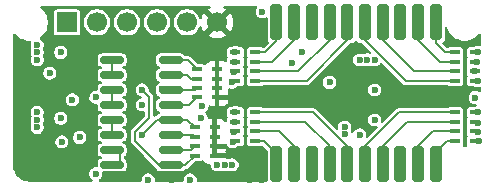
<source format=gbr>
%TF.GenerationSoftware,KiCad,Pcbnew,9.0.1*%
%TF.CreationDate,2025-08-04T21:34:24+02:00*%
%TF.ProjectId,rev1.0,72657631-2e30-42e6-9b69-6361645f7063,rev?*%
%TF.SameCoordinates,Original*%
%TF.FileFunction,Copper,L1,Top*%
%TF.FilePolarity,Positive*%
%FSLAX46Y46*%
G04 Gerber Fmt 4.6, Leading zero omitted, Abs format (unit mm)*
G04 Created by KiCad (PCBNEW 9.0.1) date 2025-08-04 21:34:24*
%MOMM*%
%LPD*%
G01*
G04 APERTURE LIST*
G04 Aperture macros list*
%AMRoundRect*
0 Rectangle with rounded corners*
0 $1 Rounding radius*
0 $2 $3 $4 $5 $6 $7 $8 $9 X,Y pos of 4 corners*
0 Add a 4 corners polygon primitive as box body*
4,1,4,$2,$3,$4,$5,$6,$7,$8,$9,$2,$3,0*
0 Add four circle primitives for the rounded corners*
1,1,$1+$1,$2,$3*
1,1,$1+$1,$4,$5*
1,1,$1+$1,$6,$7*
1,1,$1+$1,$8,$9*
0 Add four rect primitives between the rounded corners*
20,1,$1+$1,$2,$3,$4,$5,0*
20,1,$1+$1,$4,$5,$6,$7,0*
20,1,$1+$1,$6,$7,$8,$9,0*
20,1,$1+$1,$8,$9,$2,$3,0*%
G04 Aperture macros list end*
%TA.AperFunction,SMDPad,CuDef*%
%ADD10RoundRect,0.150000X-0.825000X-0.150000X0.825000X-0.150000X0.825000X0.150000X-0.825000X0.150000X0*%
%TD*%
%TA.AperFunction,SMDPad,CuDef*%
%ADD11R,0.900000X0.400000*%
%TD*%
%TA.AperFunction,SMDPad,CuDef*%
%ADD12RoundRect,0.150000X-0.350000X-1.350000X0.350000X-1.350000X0.350000X1.350000X-0.350000X1.350000X0*%
%TD*%
%TA.AperFunction,ComponentPad*%
%ADD13R,1.700000X1.700000*%
%TD*%
%TA.AperFunction,ComponentPad*%
%ADD14C,1.700000*%
%TD*%
%TA.AperFunction,ViaPad*%
%ADD15C,0.600000*%
%TD*%
%TA.AperFunction,Conductor*%
%ADD16C,0.200000*%
%TD*%
G04 APERTURE END LIST*
D10*
%TO.P,SW2,1*%
%TO.N,VCC*%
X210820000Y-99060000D03*
%TO.P,SW2,2*%
X210820000Y-100330000D03*
%TO.P,SW2,3*%
X210820000Y-101600000D03*
%TO.P,SW2,4*%
X210820000Y-102870000D03*
%TO.P,SW2,5*%
X210820000Y-104140000D03*
%TO.P,SW2,6*%
X210820000Y-105410000D03*
%TO.P,SW2,7*%
X210820000Y-106680000D03*
%TO.P,SW2,8*%
X210820000Y-107950000D03*
%TO.P,SW2,9*%
%TO.N,Net-(RN1-R1.2)*%
X215770000Y-107950000D03*
%TO.P,SW2,10*%
%TO.N,Net-(RN1-R2.2)*%
X215770000Y-106680000D03*
%TO.P,SW2,11*%
%TO.N,Net-(RN1-R3.2)*%
X215770000Y-105410000D03*
%TO.P,SW2,12*%
%TO.N,Net-(RN1-R4.2)*%
X215770000Y-104140000D03*
%TO.P,SW2,13*%
%TO.N,Net-(RN2-R1.2)*%
X215770000Y-102870000D03*
%TO.P,SW2,14*%
%TO.N,Net-(RN2-R2.2)*%
X215770000Y-101600000D03*
%TO.P,SW2,15*%
%TO.N,Net-(RN2-R3.2)*%
X215770000Y-100330000D03*
%TO.P,SW2,16*%
%TO.N,Net-(RN2-R4.2)*%
X215770000Y-99060000D03*
%TD*%
D11*
%TO.P,RN5,1,R1.1*%
%TO.N,Net-(RN5-R1.1)*%
X221265000Y-103505000D03*
%TO.P,RN5,2,R2.1*%
%TO.N,Net-(RN5-R2.1)*%
X221265000Y-104305000D03*
%TO.P,RN5,3,R3.1*%
%TO.N,Net-(RN5-R3.1)*%
X221265000Y-105105000D03*
%TO.P,RN5,4,R4.1*%
%TO.N,Net-(RN5-R4.1)*%
X221265000Y-105905000D03*
%TO.P,RN5,5,R4.2*%
%TO.N,Net-(RN5-R4.2)*%
X222965000Y-105905000D03*
%TO.P,RN5,6,R3.2*%
%TO.N,Net-(RN5-R3.2)*%
X222965000Y-105105000D03*
%TO.P,RN5,7,R2.2*%
%TO.N,Net-(RN5-R2.2)*%
X222965000Y-104305000D03*
%TO.P,RN5,8,R1.2*%
%TO.N,Net-(RN5-R1.2)*%
X222965000Y-103505000D03*
%TD*%
%TO.P,RN6,1,R1.1*%
%TO.N,Net-(RN6-R1.1)*%
X241555000Y-105905000D03*
%TO.P,RN6,2,R2.1*%
%TO.N,Net-(RN6-R2.1)*%
X241555000Y-105105000D03*
%TO.P,RN6,3,R3.1*%
%TO.N,Net-(RN6-R3.1)*%
X241555000Y-104305000D03*
%TO.P,RN6,4,R4.1*%
%TO.N,Net-(RN6-R4.1)*%
X241555000Y-103505000D03*
%TO.P,RN6,5,R4.2*%
%TO.N,Net-(RN6-R4.2)*%
X239855000Y-103505000D03*
%TO.P,RN6,6,R3.2*%
%TO.N,Net-(RN6-R3.2)*%
X239855000Y-104305000D03*
%TO.P,RN6,7,R2.2*%
%TO.N,Net-(RN6-R2.2)*%
X239855000Y-105105000D03*
%TO.P,RN6,8,R1.2*%
%TO.N,Net-(RN6-R1.2)*%
X239855000Y-105905000D03*
%TD*%
D12*
%TO.P,DIS1,1,E*%
%TO.N,Net-(RN6-R1.2)*%
X238235000Y-107885000D03*
%TO.P,DIS1,2,D*%
%TO.N,Net-(RN6-R2.2)*%
X236735000Y-107885000D03*
%TO.P,DIS1,3*%
%TO.N,GND*%
X235235000Y-107885000D03*
%TO.P,DIS1,4,C*%
%TO.N,Net-(RN6-R3.2)*%
X233735000Y-107885000D03*
%TO.P,DIS1,5,DP*%
%TO.N,Net-(RN6-R4.2)*%
X232235000Y-107885000D03*
%TO.P,DIS1,6,E*%
%TO.N,Net-(RN5-R1.2)*%
X230735000Y-107885000D03*
%TO.P,DIS1,7,D*%
%TO.N,Net-(RN5-R2.2)*%
X229235000Y-107885000D03*
%TO.P,DIS1,8*%
%TO.N,GND*%
X227735000Y-107885000D03*
%TO.P,DIS1,9,C*%
%TO.N,Net-(RN5-R3.2)*%
X226235000Y-107885000D03*
%TO.P,DIS1,10,DP*%
%TO.N,Net-(RN5-R4.2)*%
X224735000Y-107885000D03*
%TO.P,DIS1,11,B*%
%TO.N,Net-(RN4-R1.2)*%
X224735000Y-95885000D03*
%TO.P,DIS1,12,A*%
%TO.N,Net-(RN4-R2.2)*%
X226235000Y-95885000D03*
%TO.P,DIS1,13*%
%TO.N,GND*%
X227735000Y-95885000D03*
%TO.P,DIS1,14,F*%
%TO.N,Net-(RN4-R3.2)*%
X229235000Y-95885000D03*
%TO.P,DIS1,15,G*%
%TO.N,Net-(RN4-R4.2)*%
X230735000Y-95885000D03*
%TO.P,DIS1,16,B*%
%TO.N,Net-(RN3-R1.2)*%
X232235000Y-95885000D03*
%TO.P,DIS1,17,A*%
%TO.N,Net-(RN3-R2.2)*%
X233735000Y-95885000D03*
%TO.P,DIS1,18*%
%TO.N,GND*%
X235235000Y-95885000D03*
%TO.P,DIS1,19,F*%
%TO.N,Net-(RN3-R3.2)*%
X236735000Y-95885000D03*
%TO.P,DIS1,20,G*%
%TO.N,Net-(RN3-R4.2)*%
X238235000Y-95885000D03*
%TD*%
D13*
%TO.P,J1,1,Pin_1*%
%TO.N,PISO out*%
X207010000Y-95885000D03*
D14*
%TO.P,J1,2,Pin_2*%
%TO.N,SIPO in*%
X209550000Y-95885000D03*
%TO.P,J1,3,Pin_3*%
%TO.N,Clock*%
X212090000Y-95885000D03*
%TO.P,J1,4,Pin_4*%
%TO.N,Shift{slash}load*%
X214630000Y-95885000D03*
%TO.P,J1,5,Pin_5*%
%TO.N,VCC*%
X217170000Y-95885000D03*
%TO.P,J1,6,Pin_6*%
%TO.N,GND*%
X219710000Y-95885000D03*
%TD*%
D11*
%TO.P,RN1,1,R1.1*%
%TO.N,GND*%
X219505000Y-107175000D03*
%TO.P,RN1,2,R2.1*%
X219505000Y-106375000D03*
%TO.P,RN1,3,R3.1*%
X219505000Y-105575000D03*
%TO.P,RN1,4,R4.1*%
X219505000Y-104775000D03*
%TO.P,RN1,5,R4.2*%
%TO.N,Net-(RN1-R4.2)*%
X217805000Y-104775000D03*
%TO.P,RN1,6,R3.2*%
%TO.N,Net-(RN1-R3.2)*%
X217805000Y-105575000D03*
%TO.P,RN1,7,R2.2*%
%TO.N,Net-(RN1-R2.2)*%
X217805000Y-106375000D03*
%TO.P,RN1,8,R1.2*%
%TO.N,Net-(RN1-R1.2)*%
X217805000Y-107175000D03*
%TD*%
%TO.P,RN4,1,R1.1*%
%TO.N,SIPO out*%
X221265000Y-98425000D03*
%TO.P,RN4,2,R2.1*%
%TO.N,Net-(RN4-R2.1)*%
X221265000Y-99225000D03*
%TO.P,RN4,3,R3.1*%
%TO.N,Net-(RN4-R3.1)*%
X221265000Y-100025000D03*
%TO.P,RN4,4,R4.1*%
%TO.N,Net-(RN4-R4.1)*%
X221265000Y-100825000D03*
%TO.P,RN4,5,R4.2*%
%TO.N,Net-(RN4-R4.2)*%
X222965000Y-100825000D03*
%TO.P,RN4,6,R3.2*%
%TO.N,Net-(RN4-R3.2)*%
X222965000Y-100025000D03*
%TO.P,RN4,7,R2.2*%
%TO.N,Net-(RN4-R2.2)*%
X222965000Y-99225000D03*
%TO.P,RN4,8,R1.2*%
%TO.N,Net-(RN4-R1.2)*%
X222965000Y-98425000D03*
%TD*%
%TO.P,RN2,1,R1.1*%
%TO.N,GND*%
X219710000Y-102235000D03*
%TO.P,RN2,2,R2.1*%
X219710000Y-101435000D03*
%TO.P,RN2,3,R3.1*%
X219710000Y-100635000D03*
%TO.P,RN2,4,R4.1*%
X219710000Y-99835000D03*
%TO.P,RN2,5,R4.2*%
%TO.N,Net-(RN2-R4.2)*%
X218010000Y-99835000D03*
%TO.P,RN2,6,R3.2*%
%TO.N,Net-(RN2-R3.2)*%
X218010000Y-100635000D03*
%TO.P,RN2,7,R2.2*%
%TO.N,Net-(RN2-R2.2)*%
X218010000Y-101435000D03*
%TO.P,RN2,8,R1.2*%
%TO.N,Net-(RN2-R1.2)*%
X218010000Y-102235000D03*
%TD*%
%TO.P,RN3,1,R1.1*%
%TO.N,Net-(RN3-R1.1)*%
X241555000Y-100825000D03*
%TO.P,RN3,2,R2.1*%
%TO.N,Net-(RN3-R2.1)*%
X241555000Y-100025000D03*
%TO.P,RN3,3,R3.1*%
%TO.N,Net-(RN3-R3.1)*%
X241555000Y-99225000D03*
%TO.P,RN3,4,R4.1*%
%TO.N,Net-(RN3-R4.1)*%
X241555000Y-98425000D03*
%TO.P,RN3,5,R4.2*%
%TO.N,Net-(RN3-R4.2)*%
X239855000Y-98425000D03*
%TO.P,RN3,6,R3.2*%
%TO.N,Net-(RN3-R3.2)*%
X239855000Y-99225000D03*
%TO.P,RN3,7,R2.2*%
%TO.N,Net-(RN3-R2.2)*%
X239855000Y-100025000D03*
%TO.P,RN3,8,R1.2*%
%TO.N,Net-(RN3-R1.2)*%
X239855000Y-100825000D03*
%TD*%
D15*
%TO.N,GND*%
X208551832Y-107475378D03*
%TO.N,VCC*%
X205536535Y-100176279D03*
X206576293Y-105998922D03*
%TO.N,GND*%
X205470000Y-108000000D03*
X205470000Y-102425000D03*
%TO.N,SIPO in*%
X209447842Y-102230743D03*
%TO.N,GND*%
X207476294Y-97433704D03*
%TO.N,VCC*%
X211455000Y-100330000D03*
X210820000Y-100330000D03*
X211455000Y-102870000D03*
X210820000Y-102870000D03*
X210820000Y-105410000D03*
X211455000Y-105410000D03*
X210820000Y-106680000D03*
X211455000Y-106680000D03*
X210820000Y-107950000D03*
X211455000Y-107950000D03*
%TO.N,SIPO out*%
X209426139Y-108703471D03*
%TO.N,VCC*%
X204470000Y-104775000D03*
X204470000Y-97790000D03*
X204470000Y-99060000D03*
X204470000Y-98425000D03*
X204470000Y-103505000D03*
X204470000Y-104140000D03*
%TO.N,Clock*%
X206470000Y-104000000D03*
X208075732Y-105622014D03*
%TO.N,Shift{slash}load*%
X207470000Y-102425000D03*
%TO.N,Clock*%
X206470000Y-98425000D03*
%TO.N,VCC*%
X230556764Y-105358236D03*
X220345000Y-107950000D03*
X233045000Y-99060000D03*
X241589833Y-102239631D03*
X223520000Y-94996000D03*
X220980000Y-107950000D03*
X226934011Y-98367396D03*
X232410000Y-99060000D03*
X217424000Y-109220000D03*
X219710000Y-107950000D03*
X213868000Y-109220000D03*
X231775000Y-99060000D03*
X230505000Y-104775000D03*
%TO.N,GND*%
X235235000Y-95885000D03*
X235204000Y-102108000D03*
X227735000Y-95885000D03*
X229616000Y-104140000D03*
X227695226Y-109068412D03*
X227761953Y-94939361D03*
X235287856Y-109000215D03*
X235248499Y-95015136D03*
X234696000Y-101092000D03*
X223520000Y-109220000D03*
X222504000Y-109220000D03*
X215900000Y-109220000D03*
X240330558Y-102219643D03*
%TO.N,Net-(RN1-R4.2)*%
X213360000Y-105410000D03*
%TO.N,Net-(RN2-R3.2)*%
X218419793Y-102996024D03*
X215143489Y-100361727D03*
%TO.N,Net-(RN2-R2.2)*%
X218365909Y-103978347D03*
X215091735Y-101491698D03*
%TO.N,Net-(RN2-R4.2)*%
X216408000Y-99060000D03*
%TO.N,Net-(RN2-R1.2)*%
X216576921Y-102926367D03*
%TO.N,SIPO in*%
X233045000Y-101600000D03*
%TO.N,SIPO out*%
X221265000Y-98425000D03*
%TO.N,Net-(RN3-R1.1)*%
X241793421Y-100818455D03*
%TO.N,Net-(RN3-R2.1)*%
X241585000Y-100023904D03*
%TO.N,Net-(RN3-R3.1)*%
X241708754Y-99190257D03*
%TO.N,Net-(RN3-R4.1)*%
X241773873Y-98379399D03*
%TO.N,Net-(RN6-R3.1)*%
X241843353Y-104361437D03*
%TO.N,Net-(RN6-R4.1)*%
X241832882Y-103497403D03*
%TO.N,Net-(RN6-R2.1)*%
X241824311Y-105161213D03*
%TO.N,Net-(RN6-R1.1)*%
X241874969Y-105959610D03*
%TO.N,Net-(RN4-R4.1)*%
X220980000Y-100928346D03*
%TO.N,Net-(RN4-R2.1)*%
X221255220Y-99234227D03*
%TO.N,Net-(RN4-R3.1)*%
X221137989Y-100084157D03*
%TO.N,Net-(RN5-R1.1)*%
X221265000Y-103505000D03*
%TO.N,Net-(RN5-R3.1)*%
X221112634Y-105118470D03*
%TO.N,Net-(RN5-R2.1)*%
X221264999Y-104305000D03*
%TO.N,Net-(RN5-R4.1)*%
X221060000Y-105963162D03*
%TO.N,Clock*%
X231775000Y-105410000D03*
X226095889Y-99290867D03*
%TO.N,Shift{slash}load*%
X233045000Y-104140000D03*
X229235000Y-100965000D03*
%TO.N,Net-(RN1-R2.2)*%
X215900000Y-106680000D03*
X213360000Y-102870000D03*
%TO.N,Net-(RN1-R1.2)*%
X213360000Y-101600000D03*
%TO.N,Net-(RN1-R3.2)*%
X216226140Y-105368169D03*
%TD*%
D16*
%TO.N,VCC*%
X211455000Y-107950000D02*
X211455000Y-106680000D01*
X210820000Y-100330000D02*
X210820000Y-99060000D01*
X210820000Y-102870000D02*
X210820000Y-101600000D01*
X210820000Y-105410000D02*
X210820000Y-104140000D01*
%TO.N,Net-(RN1-R4.2)*%
X215770000Y-104140000D02*
X214630000Y-104140000D01*
X217170000Y-104140000D02*
X217805000Y-104775000D01*
X214630000Y-104140000D02*
X213360000Y-105410000D01*
X215770000Y-104140000D02*
X217170000Y-104140000D01*
%TO.N,Net-(RN2-R3.2)*%
X217170000Y-100330000D02*
X215770000Y-100330000D01*
X218010000Y-100635000D02*
X217475000Y-100635000D01*
X217475000Y-100635000D02*
X217170000Y-100330000D01*
%TO.N,Net-(RN2-R2.2)*%
X215770000Y-101600000D02*
X217845000Y-101600000D01*
X217845000Y-101600000D02*
X218010000Y-101435000D01*
%TO.N,Net-(RN2-R4.2)*%
X217235000Y-99060000D02*
X218010000Y-99835000D01*
X215770000Y-99060000D02*
X217235000Y-99060000D01*
%TO.N,Net-(RN2-R1.2)*%
X215770000Y-102870000D02*
X217375000Y-102870000D01*
X217375000Y-102870000D02*
X218010000Y-102235000D01*
%TO.N,Net-(RN6-R1.2)*%
X239855000Y-105905000D02*
X239185000Y-105905000D01*
X238235000Y-106855000D02*
X238235000Y-107885000D01*
X239185000Y-105905000D02*
X238235000Y-106855000D01*
%TO.N,Net-(RN6-R2.2)*%
X236735000Y-106385001D02*
X236735000Y-107885000D01*
X238015001Y-105105000D02*
X236735000Y-106385001D01*
X239855000Y-105105000D02*
X238015001Y-105105000D01*
%TO.N,Net-(RN6-R4.2)*%
X232235000Y-106385001D02*
X232235000Y-107885000D01*
X235115001Y-103505000D02*
X232235000Y-106385001D01*
X239855000Y-103505000D02*
X235115001Y-103505000D01*
%TO.N,Net-(RN6-R3.2)*%
X239855000Y-104305000D02*
X235815001Y-104305000D01*
X235815001Y-104305000D02*
X233735000Y-106385001D01*
X233735000Y-106385001D02*
X233735000Y-107885000D01*
%TO.N,Net-(RN5-R2.2)*%
X227154999Y-104305000D02*
X229235000Y-106385001D01*
X229235000Y-106385001D02*
X229235000Y-107885000D01*
X222965000Y-104305000D02*
X227154999Y-104305000D01*
%TO.N,Net-(RN5-R1.2)*%
X222965000Y-103505000D02*
X227854999Y-103505000D01*
X230735000Y-106385001D02*
X230735000Y-107885000D01*
X227854999Y-103505000D02*
X230735000Y-106385001D01*
%TO.N,Net-(RN3-R4.2)*%
X238235000Y-97615000D02*
X238235000Y-95885000D01*
X239045000Y-98425000D02*
X238235000Y-97615000D01*
X239855000Y-98425000D02*
X239045000Y-98425000D01*
%TO.N,Net-(RN3-R2.2)*%
X233735000Y-97384999D02*
X233735000Y-95885000D01*
X239855000Y-100025000D02*
X236375001Y-100025000D01*
X236375001Y-100025000D02*
X233735000Y-97384999D01*
%TO.N,Net-(RN5-R3.2)*%
X224954999Y-105105000D02*
X226235000Y-106385001D01*
X226235000Y-106385001D02*
X226235000Y-107885000D01*
X222965000Y-105105000D02*
X224954999Y-105105000D01*
%TO.N,Net-(RN3-R3.2)*%
X238575000Y-99225000D02*
X236735000Y-97385000D01*
X239855000Y-99225000D02*
X238575000Y-99225000D01*
X236735000Y-97385000D02*
X236735000Y-95885000D01*
%TO.N,Net-(RN5-R4.2)*%
X222965000Y-105905000D02*
X223665000Y-105905000D01*
X224735000Y-106975000D02*
X224735000Y-107885000D01*
X223665000Y-105905000D02*
X224735000Y-106975000D01*
%TO.N,Net-(RN3-R1.2)*%
X235675001Y-100825000D02*
X232235000Y-97384999D01*
X239855000Y-100825000D02*
X235675001Y-100825000D01*
X232235000Y-97384999D02*
X232235000Y-95885000D01*
%TO.N,Net-(RN4-R4.2)*%
X222965000Y-100825000D02*
X227294999Y-100825000D01*
X227294999Y-100825000D02*
X230735000Y-97384999D01*
X230735000Y-97384999D02*
X230735000Y-95885000D01*
%TO.N,Net-(RN4-R3.2)*%
X222965000Y-100025000D02*
X226594999Y-100025000D01*
X226594999Y-100025000D02*
X229235000Y-97384999D01*
X229235000Y-97384999D02*
X229235000Y-95885000D01*
%TO.N,Net-(RN4-R1.2)*%
X222965000Y-98425000D02*
X223805000Y-98425000D01*
X224735000Y-97495000D02*
X224735000Y-95885000D01*
X223805000Y-98425000D02*
X224735000Y-97495000D01*
%TO.N,Net-(RN4-R2.2)*%
X224394999Y-99225000D02*
X226235000Y-97384999D01*
X226235000Y-97384999D02*
X226235000Y-95885000D01*
X222965000Y-99225000D02*
X224394999Y-99225000D01*
%TO.N,Net-(RN1-R2.2)*%
X217506000Y-106674000D02*
X217805000Y-106375000D01*
X217054000Y-106674000D02*
X217506000Y-106674000D01*
X215900000Y-106680000D02*
X217054000Y-106680000D01*
X217054000Y-106680000D02*
X217054000Y-106674000D01*
X215770000Y-106680000D02*
X215900000Y-106680000D01*
%TO.N,Net-(RN1-R1.2)*%
X213961000Y-103959057D02*
X212759000Y-105161057D01*
X214795001Y-107950000D02*
X215770000Y-107950000D01*
X213961000Y-102201000D02*
X213961000Y-103959057D01*
X215770000Y-107950000D02*
X217030000Y-107950000D01*
X213360000Y-101600000D02*
X213961000Y-102201000D01*
X212759000Y-105913999D02*
X214795001Y-107950000D01*
X212759000Y-105161057D02*
X212759000Y-105913999D01*
X217030000Y-107950000D02*
X217805000Y-107175000D01*
%TO.N,Net-(RN1-R3.2)*%
X217640000Y-105410000D02*
X217805000Y-105575000D01*
X215770000Y-105410000D02*
X217640000Y-105410000D01*
%TD*%
%TA.AperFunction,Conductor*%
%TO.N,GND*%
G36*
X219138684Y-94499407D02*
G01*
X219174648Y-94548907D01*
X219174648Y-94610093D01*
X219138684Y-94659593D01*
X219125438Y-94667710D01*
X219002446Y-94730376D01*
X219002442Y-94730378D01*
X218948282Y-94769728D01*
X219580591Y-95402037D01*
X219517007Y-95419075D01*
X219402993Y-95484901D01*
X219309901Y-95577993D01*
X219244075Y-95692007D01*
X219227037Y-95755591D01*
X218594728Y-95123282D01*
X218555378Y-95177442D01*
X218555376Y-95177446D01*
X218458904Y-95366784D01*
X218402985Y-95538887D01*
X218367021Y-95588387D01*
X218308830Y-95607294D01*
X218250639Y-95588387D01*
X218214676Y-95538887D01*
X218189876Y-95462561D01*
X218189874Y-95462558D01*
X218189873Y-95462557D01*
X218189873Y-95462555D01*
X218111232Y-95308212D01*
X218009414Y-95168072D01*
X217886928Y-95045586D01*
X217746788Y-94943768D01*
X217746787Y-94943767D01*
X217746785Y-94943766D01*
X217592441Y-94865125D01*
X217592438Y-94865123D01*
X217427706Y-94811598D01*
X217427702Y-94811597D01*
X217256614Y-94784500D01*
X217256611Y-94784500D01*
X217083389Y-94784500D01*
X217083386Y-94784500D01*
X216912297Y-94811597D01*
X216912293Y-94811598D01*
X216747561Y-94865123D01*
X216747558Y-94865125D01*
X216593214Y-94943766D01*
X216453073Y-95045585D01*
X216330585Y-95168073D01*
X216228766Y-95308214D01*
X216150125Y-95462558D01*
X216150123Y-95462561D01*
X216096598Y-95627293D01*
X216096597Y-95627297D01*
X216069500Y-95798385D01*
X216069500Y-95971614D01*
X216096597Y-96142702D01*
X216096598Y-96142706D01*
X216150123Y-96307438D01*
X216150125Y-96307441D01*
X216150126Y-96307444D01*
X216150127Y-96307445D01*
X216228768Y-96461788D01*
X216330586Y-96601928D01*
X216453072Y-96724414D01*
X216593212Y-96826232D01*
X216747555Y-96904873D01*
X216747557Y-96904873D01*
X216747558Y-96904874D01*
X216747561Y-96904876D01*
X216912293Y-96958401D01*
X216912297Y-96958402D01*
X217083386Y-96985500D01*
X217083389Y-96985500D01*
X217256614Y-96985500D01*
X217427702Y-96958402D01*
X217427706Y-96958401D01*
X217592438Y-96904876D01*
X217592440Y-96904874D01*
X217592445Y-96904873D01*
X217746788Y-96826232D01*
X217886928Y-96724414D01*
X218009414Y-96601928D01*
X218111232Y-96461788D01*
X218189873Y-96307445D01*
X218214675Y-96231111D01*
X218250639Y-96181612D01*
X218308830Y-96162705D01*
X218367021Y-96181612D01*
X218402985Y-96231112D01*
X218458904Y-96403215D01*
X218555376Y-96592553D01*
X218555380Y-96592559D01*
X218594728Y-96646716D01*
X218594729Y-96646716D01*
X219227037Y-96014407D01*
X219244075Y-96077993D01*
X219309901Y-96192007D01*
X219402993Y-96285099D01*
X219517007Y-96350925D01*
X219580589Y-96367962D01*
X218948282Y-97000269D01*
X218948282Y-97000270D01*
X219002440Y-97039619D01*
X219002446Y-97039623D01*
X219191784Y-97136095D01*
X219393878Y-97201759D01*
X219603750Y-97235000D01*
X219816250Y-97235000D01*
X220026121Y-97201759D01*
X220228215Y-97136095D01*
X220417556Y-97039620D01*
X220471716Y-97000270D01*
X219839408Y-96367962D01*
X219902993Y-96350925D01*
X220017007Y-96285099D01*
X220110099Y-96192007D01*
X220175925Y-96077993D01*
X220192962Y-96014408D01*
X220825270Y-96646716D01*
X220864620Y-96592556D01*
X220961095Y-96403215D01*
X221026759Y-96201121D01*
X221060000Y-95991250D01*
X221060000Y-95778749D01*
X221026759Y-95568878D01*
X220961095Y-95366784D01*
X220864623Y-95177446D01*
X220864619Y-95177440D01*
X220825270Y-95123282D01*
X220825269Y-95123282D01*
X220192962Y-95755589D01*
X220175925Y-95692007D01*
X220110099Y-95577993D01*
X220017007Y-95484901D01*
X219902993Y-95419075D01*
X219839407Y-95402037D01*
X220471716Y-94769729D01*
X220471716Y-94769728D01*
X220417559Y-94730380D01*
X220417553Y-94730376D01*
X220294562Y-94667710D01*
X220251298Y-94624445D01*
X220241726Y-94564013D01*
X220269503Y-94509497D01*
X220324020Y-94481719D01*
X220339507Y-94480500D01*
X223017969Y-94480500D01*
X223076160Y-94499407D01*
X223112124Y-94548907D01*
X223112124Y-94610093D01*
X223087974Y-94649501D01*
X223079491Y-94657985D01*
X223079488Y-94657988D01*
X223079487Y-94657989D01*
X223007017Y-94783510D01*
X223002857Y-94799035D01*
X222969500Y-94923525D01*
X222969500Y-95068475D01*
X222970542Y-95072362D01*
X223007017Y-95208489D01*
X223079487Y-95334010D01*
X223079489Y-95334012D01*
X223079491Y-95334015D01*
X223181985Y-95436509D01*
X223181987Y-95436510D01*
X223181989Y-95436512D01*
X223307511Y-95508982D01*
X223307512Y-95508982D01*
X223307515Y-95508984D01*
X223447525Y-95546500D01*
X223447526Y-95546500D01*
X223592474Y-95546500D01*
X223592475Y-95546500D01*
X223732485Y-95508984D01*
X223732487Y-95508982D01*
X223732489Y-95508982D01*
X223836000Y-95449220D01*
X223895848Y-95436498D01*
X223951744Y-95461384D01*
X223982337Y-95514372D01*
X223984500Y-95534956D01*
X223984500Y-97266521D01*
X223984501Y-97266523D01*
X223999352Y-97360299D01*
X223999354Y-97360304D01*
X224056950Y-97473342D01*
X224088960Y-97505352D01*
X224116736Y-97559867D01*
X224107165Y-97620299D01*
X224088959Y-97645358D01*
X223709590Y-98024727D01*
X223655073Y-98052504D01*
X223594641Y-98042933D01*
X223584591Y-98037042D01*
X223532871Y-98002485D01*
X223512742Y-97989035D01*
X223512740Y-97989034D01*
X223512737Y-97989033D01*
X223512736Y-97989033D01*
X223439684Y-97974501D01*
X223439674Y-97974500D01*
X222490326Y-97974500D01*
X222490325Y-97974500D01*
X222490315Y-97974501D01*
X222417263Y-97989033D01*
X222417257Y-97989035D01*
X222334400Y-98044397D01*
X222334397Y-98044400D01*
X222279035Y-98127257D01*
X222279033Y-98127263D01*
X222264501Y-98200315D01*
X222264500Y-98200327D01*
X222264500Y-98649672D01*
X222264501Y-98649684D01*
X222279033Y-98722736D01*
X222279036Y-98722745D01*
X222310610Y-98770000D01*
X222327218Y-98828888D01*
X222310610Y-98880000D01*
X222279036Y-98927254D01*
X222279033Y-98927263D01*
X222264501Y-99000315D01*
X222264500Y-99000327D01*
X222264500Y-99449672D01*
X222264501Y-99449684D01*
X222279033Y-99522736D01*
X222279036Y-99522745D01*
X222310610Y-99570000D01*
X222327218Y-99628888D01*
X222310610Y-99680000D01*
X222279036Y-99727254D01*
X222279033Y-99727263D01*
X222264501Y-99800315D01*
X222264500Y-99800327D01*
X222264500Y-100249672D01*
X222264501Y-100249684D01*
X222279033Y-100322736D01*
X222279036Y-100322745D01*
X222310610Y-100370000D01*
X222327218Y-100428888D01*
X222310610Y-100480000D01*
X222279036Y-100527254D01*
X222279033Y-100527263D01*
X222264501Y-100600315D01*
X222264500Y-100600327D01*
X222264500Y-101049672D01*
X222264501Y-101049684D01*
X222279033Y-101122736D01*
X222279035Y-101122742D01*
X222334397Y-101205599D01*
X222334400Y-101205602D01*
X222361205Y-101223512D01*
X222417260Y-101260966D01*
X222472808Y-101272015D01*
X222490315Y-101275498D01*
X222490320Y-101275498D01*
X222490326Y-101275500D01*
X222490327Y-101275500D01*
X223439673Y-101275500D01*
X223439674Y-101275500D01*
X223512740Y-101260966D01*
X223595601Y-101205601D01*
X223595605Y-101205594D01*
X223596705Y-101204496D01*
X223599019Y-101203316D01*
X223603708Y-101200184D01*
X223604078Y-101200738D01*
X223651222Y-101176719D01*
X223666709Y-101175500D01*
X227341141Y-101175500D01*
X227341143Y-101175500D01*
X227430287Y-101151614D01*
X227510211Y-101105470D01*
X227723156Y-100892525D01*
X228684500Y-100892525D01*
X228684500Y-101037475D01*
X228711237Y-101137257D01*
X228722017Y-101177489D01*
X228794487Y-101303010D01*
X228794489Y-101303012D01*
X228794491Y-101303015D01*
X228896985Y-101405509D01*
X228896987Y-101405510D01*
X228896989Y-101405512D01*
X229022511Y-101477982D01*
X229022512Y-101477982D01*
X229022515Y-101477984D01*
X229162525Y-101515500D01*
X229162526Y-101515500D01*
X229307474Y-101515500D01*
X229307475Y-101515500D01*
X229447485Y-101477984D01*
X229447487Y-101477982D01*
X229447489Y-101477982D01*
X229521417Y-101435300D01*
X229573010Y-101405512D01*
X229573010Y-101405511D01*
X229573015Y-101405509D01*
X229675509Y-101303015D01*
X229696671Y-101266361D01*
X229747982Y-101177489D01*
X229747982Y-101177487D01*
X229747984Y-101177485D01*
X229785500Y-101037475D01*
X229785500Y-100892525D01*
X229747984Y-100752515D01*
X229747982Y-100752512D01*
X229747982Y-100752510D01*
X229675512Y-100626989D01*
X229675510Y-100626987D01*
X229675509Y-100626985D01*
X229573015Y-100524491D01*
X229573012Y-100524489D01*
X229573010Y-100524487D01*
X229447488Y-100452017D01*
X229447489Y-100452017D01*
X229361171Y-100428888D01*
X229307475Y-100414500D01*
X229162525Y-100414500D01*
X229137842Y-100421114D01*
X229022510Y-100452017D01*
X228896989Y-100524487D01*
X228794487Y-100626989D01*
X228722017Y-100752510D01*
X228691702Y-100865646D01*
X228684500Y-100892525D01*
X227723156Y-100892525D01*
X230951185Y-97664494D01*
X231005702Y-97636718D01*
X231021189Y-97635499D01*
X231116521Y-97635499D01*
X231116522Y-97635498D01*
X231165814Y-97627692D01*
X231210299Y-97620647D01*
X231210299Y-97620646D01*
X231210304Y-97620646D01*
X231323342Y-97563050D01*
X231413050Y-97473342D01*
X231413051Y-97473339D01*
X231414996Y-97471395D01*
X231469513Y-97443618D01*
X231529945Y-97453189D01*
X231555004Y-97471395D01*
X231556948Y-97473339D01*
X231556950Y-97473342D01*
X231646658Y-97563050D01*
X231759696Y-97620646D01*
X231853481Y-97635500D01*
X231948809Y-97635499D01*
X232007000Y-97654406D01*
X232018814Y-97664495D01*
X232750519Y-98396200D01*
X232778296Y-98450717D01*
X232768725Y-98511149D01*
X232725460Y-98554414D01*
X232665028Y-98563985D01*
X232631017Y-98551942D01*
X232622485Y-98547016D01*
X232482475Y-98509500D01*
X232337525Y-98509500D01*
X232290855Y-98522005D01*
X232197513Y-98547016D01*
X232141999Y-98579067D01*
X232082150Y-98591788D01*
X232043001Y-98579067D01*
X231987486Y-98547016D01*
X231902903Y-98524352D01*
X231847475Y-98509500D01*
X231702525Y-98509500D01*
X231647097Y-98524352D01*
X231562510Y-98547017D01*
X231436989Y-98619487D01*
X231334487Y-98721989D01*
X231262017Y-98847510D01*
X231251155Y-98888048D01*
X231224500Y-98987525D01*
X231224500Y-99132475D01*
X231235530Y-99173639D01*
X231262017Y-99272489D01*
X231334487Y-99398010D01*
X231334489Y-99398012D01*
X231334491Y-99398015D01*
X231436985Y-99500509D01*
X231436987Y-99500510D01*
X231436989Y-99500512D01*
X231562511Y-99572982D01*
X231562512Y-99572982D01*
X231562515Y-99572984D01*
X231702525Y-99610500D01*
X231702526Y-99610500D01*
X231847474Y-99610500D01*
X231847475Y-99610500D01*
X231987485Y-99572984D01*
X232043000Y-99540931D01*
X232102847Y-99528210D01*
X232141998Y-99540931D01*
X232197515Y-99572984D01*
X232337525Y-99610500D01*
X232337526Y-99610500D01*
X232482474Y-99610500D01*
X232482475Y-99610500D01*
X232622485Y-99572984D01*
X232678000Y-99540931D01*
X232737847Y-99528210D01*
X232776998Y-99540931D01*
X232832515Y-99572984D01*
X232972525Y-99610500D01*
X232972526Y-99610500D01*
X233117474Y-99610500D01*
X233117475Y-99610500D01*
X233257485Y-99572984D01*
X233257487Y-99572982D01*
X233257489Y-99572982D01*
X233383010Y-99500512D01*
X233383010Y-99500511D01*
X233383015Y-99500509D01*
X233485509Y-99398015D01*
X233518663Y-99340589D01*
X233564132Y-99299648D01*
X233624983Y-99293252D01*
X233674404Y-99320085D01*
X235459789Y-101105470D01*
X235539713Y-101151614D01*
X235628857Y-101175500D01*
X239153291Y-101175500D01*
X239211482Y-101194407D01*
X239223295Y-101204496D01*
X239224396Y-101205597D01*
X239224399Y-101205601D01*
X239307260Y-101260966D01*
X239362808Y-101272015D01*
X239380315Y-101275498D01*
X239380320Y-101275498D01*
X239380326Y-101275500D01*
X239380327Y-101275500D01*
X240329673Y-101275500D01*
X240329674Y-101275500D01*
X240402740Y-101260966D01*
X240485601Y-101205601D01*
X240540966Y-101122740D01*
X240555500Y-101049674D01*
X240555500Y-100600326D01*
X240540966Y-100527260D01*
X240540964Y-100527257D01*
X240540964Y-100527256D01*
X240526095Y-100505004D01*
X240509388Y-100480000D01*
X240492780Y-100421114D01*
X240509388Y-100370000D01*
X240540966Y-100322740D01*
X240555500Y-100249674D01*
X240555500Y-99800326D01*
X240540966Y-99727260D01*
X240540964Y-99727257D01*
X240540964Y-99727256D01*
X240526095Y-99705004D01*
X240509388Y-99680000D01*
X240492780Y-99621114D01*
X240509388Y-99570000D01*
X240540966Y-99522740D01*
X240555500Y-99449674D01*
X240555500Y-99000326D01*
X240540966Y-98927260D01*
X240540964Y-98927257D01*
X240540964Y-98927256D01*
X240526095Y-98905004D01*
X240509388Y-98880000D01*
X240492780Y-98821114D01*
X240509388Y-98770000D01*
X240540966Y-98722740D01*
X240555500Y-98649674D01*
X240555500Y-98200326D01*
X240540966Y-98127260D01*
X240527763Y-98107500D01*
X240485602Y-98044400D01*
X240485599Y-98044397D01*
X240402742Y-97989035D01*
X240402740Y-97989034D01*
X240402737Y-97989033D01*
X240402736Y-97989033D01*
X240329684Y-97974501D01*
X240329674Y-97974500D01*
X239380326Y-97974500D01*
X239380325Y-97974500D01*
X239380315Y-97974501D01*
X239307263Y-97989033D01*
X239307257Y-97989035D01*
X239253396Y-98025023D01*
X239194507Y-98041630D01*
X239137104Y-98020451D01*
X239128392Y-98012710D01*
X238821040Y-97705358D01*
X238793263Y-97650841D01*
X238802834Y-97590409D01*
X238821041Y-97565350D01*
X238823339Y-97563051D01*
X238823342Y-97563050D01*
X238913050Y-97473342D01*
X238970646Y-97360304D01*
X238985500Y-97266519D01*
X238985499Y-96358610D01*
X239004406Y-96300422D01*
X239053906Y-96264458D01*
X239115092Y-96264458D01*
X239164592Y-96300422D01*
X239178653Y-96328020D01*
X239228092Y-96480178D01*
X239228094Y-96480181D01*
X239338892Y-96697637D01*
X239358347Y-96724414D01*
X239482345Y-96895083D01*
X239654917Y-97067655D01*
X239749117Y-97136095D01*
X239852362Y-97211107D01*
X239925125Y-97248181D01*
X240069815Y-97321904D01*
X240301924Y-97397321D01*
X240301925Y-97397321D01*
X240301928Y-97397322D01*
X240542970Y-97435500D01*
X240542973Y-97435500D01*
X240787030Y-97435500D01*
X241028071Y-97397322D01*
X241028072Y-97397321D01*
X241028076Y-97397321D01*
X241260185Y-97321904D01*
X241477639Y-97211106D01*
X241675083Y-97067655D01*
X241847655Y-96895083D01*
X241890408Y-96836238D01*
X241939907Y-96800275D01*
X242001093Y-96800275D01*
X242050593Y-96836239D01*
X242069500Y-96894430D01*
X242069500Y-97759673D01*
X242050593Y-97817864D01*
X242001093Y-97853828D01*
X241944877Y-97855300D01*
X241941566Y-97854413D01*
X241875032Y-97836585D01*
X241846348Y-97828899D01*
X241701398Y-97828899D01*
X241672714Y-97836585D01*
X241561383Y-97866416D01*
X241435862Y-97938886D01*
X241435861Y-97938887D01*
X241435858Y-97938889D01*
X241435858Y-97938890D01*
X241429242Y-97945505D01*
X241374728Y-97973281D01*
X241359241Y-97974500D01*
X241080326Y-97974500D01*
X241080325Y-97974500D01*
X241080315Y-97974501D01*
X241007263Y-97989033D01*
X241007257Y-97989035D01*
X240924400Y-98044397D01*
X240924397Y-98044400D01*
X240869035Y-98127257D01*
X240869033Y-98127263D01*
X240854501Y-98200315D01*
X240854500Y-98200327D01*
X240854500Y-98649672D01*
X240854501Y-98649684D01*
X240869033Y-98722736D01*
X240869036Y-98722745D01*
X240900610Y-98770000D01*
X240917218Y-98828888D01*
X240900610Y-98880000D01*
X240869036Y-98927254D01*
X240869033Y-98927263D01*
X240854501Y-99000315D01*
X240854500Y-99000327D01*
X240854500Y-99449672D01*
X240854501Y-99449684D01*
X240869033Y-99522736D01*
X240869036Y-99522745D01*
X240900610Y-99570000D01*
X240917218Y-99628888D01*
X240900610Y-99680000D01*
X240869036Y-99727254D01*
X240869033Y-99727263D01*
X240854501Y-99800315D01*
X240854500Y-99800327D01*
X240854500Y-100249672D01*
X240854501Y-100249684D01*
X240869033Y-100322736D01*
X240869036Y-100322745D01*
X240900610Y-100370000D01*
X240917218Y-100428888D01*
X240900610Y-100480000D01*
X240869036Y-100527254D01*
X240869033Y-100527263D01*
X240854501Y-100600315D01*
X240854500Y-100600327D01*
X240854500Y-101049672D01*
X240854501Y-101049684D01*
X240869033Y-101122736D01*
X240869035Y-101122742D01*
X240924397Y-101205599D01*
X240924400Y-101205602D01*
X240951205Y-101223512D01*
X241007260Y-101260966D01*
X241062808Y-101272015D01*
X241080315Y-101275498D01*
X241080320Y-101275498D01*
X241080326Y-101275500D01*
X241457521Y-101275500D01*
X241507019Y-101288763D01*
X241580936Y-101331439D01*
X241720946Y-101368955D01*
X241720947Y-101368955D01*
X241865897Y-101368955D01*
X241865897Y-101368954D01*
X241944876Y-101347792D01*
X242005978Y-101350993D01*
X242053528Y-101389498D01*
X242069500Y-101443418D01*
X242069500Y-101709431D01*
X242050593Y-101767622D01*
X242001093Y-101803586D01*
X241939907Y-101803586D01*
X241921000Y-101795168D01*
X241802319Y-101726647D01*
X241703319Y-101700120D01*
X241662308Y-101689131D01*
X241517358Y-101689131D01*
X241476347Y-101700120D01*
X241377343Y-101726648D01*
X241251822Y-101799118D01*
X241149320Y-101901620D01*
X241076850Y-102027141D01*
X241044790Y-102146790D01*
X241039333Y-102167156D01*
X241039333Y-102312106D01*
X241051367Y-102357016D01*
X241076850Y-102452120D01*
X241149320Y-102577641D01*
X241149322Y-102577643D01*
X241149324Y-102577646D01*
X241251818Y-102680140D01*
X241251820Y-102680141D01*
X241251822Y-102680143D01*
X241377344Y-102752613D01*
X241377345Y-102752613D01*
X241377348Y-102752615D01*
X241517358Y-102790131D01*
X241517359Y-102790131D01*
X241593511Y-102790131D01*
X241651702Y-102809038D01*
X241687666Y-102858538D01*
X241687666Y-102919724D01*
X241651702Y-102969224D01*
X241641114Y-102975935D01*
X241630656Y-102981670D01*
X241620397Y-102984419D01*
X241521045Y-103041779D01*
X241520090Y-103042304D01*
X241512943Y-103043659D01*
X241472487Y-103054500D01*
X241080326Y-103054500D01*
X241080325Y-103054500D01*
X241080315Y-103054501D01*
X241007263Y-103069033D01*
X241007257Y-103069035D01*
X240924400Y-103124397D01*
X240924397Y-103124400D01*
X240869035Y-103207257D01*
X240869033Y-103207263D01*
X240854501Y-103280315D01*
X240854500Y-103280327D01*
X240854500Y-103729672D01*
X240854501Y-103729684D01*
X240869033Y-103802736D01*
X240869036Y-103802745D01*
X240900610Y-103850000D01*
X240917218Y-103908888D01*
X240900610Y-103960000D01*
X240869036Y-104007254D01*
X240869033Y-104007263D01*
X240854501Y-104080315D01*
X240854500Y-104080327D01*
X240854500Y-104529672D01*
X240854501Y-104529684D01*
X240869033Y-104602736D01*
X240869036Y-104602745D01*
X240900610Y-104650000D01*
X240917218Y-104708888D01*
X240900610Y-104760000D01*
X240869036Y-104807254D01*
X240869033Y-104807263D01*
X240854501Y-104880315D01*
X240854500Y-104880327D01*
X240854500Y-105329672D01*
X240854501Y-105329684D01*
X240869033Y-105402736D01*
X240869036Y-105402745D01*
X240900610Y-105450000D01*
X240917218Y-105508888D01*
X240900610Y-105560000D01*
X240869036Y-105607254D01*
X240869033Y-105607263D01*
X240854501Y-105680315D01*
X240854500Y-105680327D01*
X240854500Y-106129672D01*
X240854501Y-106129684D01*
X240869033Y-106202736D01*
X240869035Y-106202742D01*
X240900026Y-106249124D01*
X240916634Y-106308013D01*
X240895456Y-106365416D01*
X240844582Y-106399408D01*
X240802225Y-106401906D01*
X240787032Y-106399500D01*
X240787027Y-106399500D01*
X240594712Y-106399500D01*
X240536521Y-106380593D01*
X240500557Y-106331093D01*
X240500557Y-106269907D01*
X240512396Y-106245499D01*
X240518647Y-106236143D01*
X240540966Y-106202740D01*
X240555500Y-106129674D01*
X240555500Y-105680326D01*
X240540966Y-105607260D01*
X240540964Y-105607257D01*
X240540964Y-105607256D01*
X240521673Y-105578386D01*
X240509388Y-105560000D01*
X240492780Y-105501114D01*
X240509388Y-105450000D01*
X240540966Y-105402740D01*
X240555500Y-105329674D01*
X240555500Y-104880326D01*
X240540966Y-104807260D01*
X240540964Y-104807257D01*
X240540964Y-104807256D01*
X240521673Y-104778386D01*
X240509388Y-104760000D01*
X240492780Y-104701114D01*
X240509388Y-104650000D01*
X240540966Y-104602740D01*
X240555500Y-104529674D01*
X240555500Y-104080326D01*
X240540966Y-104007260D01*
X240540964Y-104007257D01*
X240540964Y-104007256D01*
X240511271Y-103962818D01*
X240509388Y-103960000D01*
X240492780Y-103901114D01*
X240509388Y-103850000D01*
X240540966Y-103802740D01*
X240555500Y-103729674D01*
X240555500Y-103280326D01*
X240540966Y-103207260D01*
X240520695Y-103176922D01*
X240485602Y-103124400D01*
X240485599Y-103124397D01*
X240402742Y-103069035D01*
X240402740Y-103069034D01*
X240402737Y-103069033D01*
X240402736Y-103069033D01*
X240329684Y-103054501D01*
X240329674Y-103054500D01*
X239380326Y-103054500D01*
X239380325Y-103054500D01*
X239380315Y-103054501D01*
X239307263Y-103069033D01*
X239307257Y-103069035D01*
X239224401Y-103124397D01*
X239223295Y-103125504D01*
X239220980Y-103126683D01*
X239216292Y-103129816D01*
X239215921Y-103129261D01*
X239168778Y-103153281D01*
X239153291Y-103154500D01*
X235068857Y-103154500D01*
X235042967Y-103161437D01*
X234985176Y-103176921D01*
X234985177Y-103176922D01*
X234979709Y-103178387D01*
X234899792Y-103224527D01*
X234899791Y-103224528D01*
X233740967Y-104383351D01*
X233686450Y-104411128D01*
X233626018Y-104401557D01*
X233582753Y-104358292D01*
X233573182Y-104297860D01*
X233575337Y-104287723D01*
X233583460Y-104257409D01*
X233595500Y-104212475D01*
X233595500Y-104067525D01*
X233557984Y-103927515D01*
X233557982Y-103927512D01*
X233557982Y-103927510D01*
X233485512Y-103801989D01*
X233485510Y-103801987D01*
X233485509Y-103801985D01*
X233383015Y-103699491D01*
X233383012Y-103699489D01*
X233383010Y-103699487D01*
X233257488Y-103627017D01*
X233257489Y-103627017D01*
X233172910Y-103604354D01*
X233117475Y-103589500D01*
X232972525Y-103589500D01*
X232917090Y-103604354D01*
X232832510Y-103627017D01*
X232706989Y-103699487D01*
X232604487Y-103801989D01*
X232532017Y-103927510D01*
X232494500Y-104067525D01*
X232494500Y-104212474D01*
X232532017Y-104352489D01*
X232604487Y-104478010D01*
X232604489Y-104478012D01*
X232604491Y-104478015D01*
X232706985Y-104580509D01*
X232706987Y-104580510D01*
X232706989Y-104580512D01*
X232832511Y-104652982D01*
X232832512Y-104652982D01*
X232832515Y-104652984D01*
X232972525Y-104690500D01*
X232972526Y-104690500D01*
X233117476Y-104690500D01*
X233117476Y-104690499D01*
X233192723Y-104670337D01*
X233253825Y-104673538D01*
X233301375Y-104712043D01*
X233317211Y-104771143D01*
X233295285Y-104828265D01*
X233288351Y-104835967D01*
X232470967Y-105653350D01*
X232416450Y-105681127D01*
X232356018Y-105671556D01*
X232312753Y-105628291D01*
X232303182Y-105567859D01*
X232305337Y-105557722D01*
X232325500Y-105482475D01*
X232325500Y-105337525D01*
X232287984Y-105197515D01*
X232287982Y-105197512D01*
X232287982Y-105197510D01*
X232215512Y-105071989D01*
X232215510Y-105071987D01*
X232215509Y-105071985D01*
X232113015Y-104969491D01*
X232113012Y-104969489D01*
X232113010Y-104969487D01*
X231987488Y-104897017D01*
X231987489Y-104897017D01*
X231957896Y-104889087D01*
X231847475Y-104859500D01*
X231702525Y-104859500D01*
X231647090Y-104874354D01*
X231562510Y-104897017D01*
X231436989Y-104969487D01*
X231334489Y-105071987D01*
X231259670Y-105201576D01*
X231214200Y-105242516D01*
X231153350Y-105248911D01*
X231100362Y-105218318D01*
X231084435Y-105194395D01*
X231080620Y-105186328D01*
X231069748Y-105145751D01*
X231023813Y-105066190D01*
X231022084Y-105062533D01*
X231018683Y-105036016D01*
X231013125Y-105009866D01*
X231014591Y-105004105D01*
X231014302Y-105001844D01*
X231015921Y-104998885D01*
X231017169Y-104993984D01*
X231016304Y-104993753D01*
X231022112Y-104972080D01*
X231055500Y-104847475D01*
X231055500Y-104702525D01*
X231017984Y-104562515D01*
X231017982Y-104562512D01*
X231017982Y-104562510D01*
X230945512Y-104436989D01*
X230945510Y-104436987D01*
X230945509Y-104436985D01*
X230843015Y-104334491D01*
X230843012Y-104334489D01*
X230843010Y-104334487D01*
X230717488Y-104262017D01*
X230717489Y-104262017D01*
X230687896Y-104254087D01*
X230577475Y-104224500D01*
X230432525Y-104224500D01*
X230370790Y-104241041D01*
X230292510Y-104262017D01*
X230166989Y-104334487D01*
X230064487Y-104436989D01*
X229992017Y-104562510D01*
X229954500Y-104702525D01*
X229954500Y-104847480D01*
X229954534Y-104847605D01*
X229954529Y-104847697D01*
X229955347Y-104853909D01*
X229954194Y-104854060D01*
X229951324Y-104908706D01*
X229912813Y-104956251D01*
X229853710Y-104972080D01*
X229796592Y-104950146D01*
X229788910Y-104943229D01*
X228070211Y-103224530D01*
X227990287Y-103178386D01*
X227990286Y-103178385D01*
X227990285Y-103178385D01*
X227984823Y-103176922D01*
X227984823Y-103176921D01*
X227931770Y-103162706D01*
X227901143Y-103154500D01*
X227901141Y-103154500D01*
X223666709Y-103154500D01*
X223608518Y-103135593D01*
X223596705Y-103125504D01*
X223595603Y-103124402D01*
X223595601Y-103124399D01*
X223594503Y-103123665D01*
X223512742Y-103069035D01*
X223512740Y-103069034D01*
X223512737Y-103069033D01*
X223512736Y-103069033D01*
X223439684Y-103054501D01*
X223439674Y-103054500D01*
X222490326Y-103054500D01*
X222490325Y-103054500D01*
X222490315Y-103054501D01*
X222417263Y-103069033D01*
X222417257Y-103069035D01*
X222334400Y-103124397D01*
X222334397Y-103124400D01*
X222279035Y-103207257D01*
X222279033Y-103207263D01*
X222264501Y-103280315D01*
X222264500Y-103280327D01*
X222264500Y-103729672D01*
X222264501Y-103729684D01*
X222279033Y-103802736D01*
X222279036Y-103802745D01*
X222310610Y-103850000D01*
X222327218Y-103908888D01*
X222310610Y-103960000D01*
X222279036Y-104007254D01*
X222279033Y-104007263D01*
X222264501Y-104080315D01*
X222264500Y-104080327D01*
X222264500Y-104529672D01*
X222264501Y-104529684D01*
X222279033Y-104602736D01*
X222279036Y-104602745D01*
X222310610Y-104650000D01*
X222327218Y-104708888D01*
X222310610Y-104760000D01*
X222279036Y-104807254D01*
X222279033Y-104807263D01*
X222264501Y-104880315D01*
X222264500Y-104880327D01*
X222264500Y-105329672D01*
X222264501Y-105329684D01*
X222279033Y-105402736D01*
X222279036Y-105402745D01*
X222310610Y-105450000D01*
X222327218Y-105508888D01*
X222310610Y-105560000D01*
X222279036Y-105607254D01*
X222279033Y-105607263D01*
X222264501Y-105680315D01*
X222264500Y-105680327D01*
X222264500Y-106129672D01*
X222264501Y-106129684D01*
X222279033Y-106202736D01*
X222279035Y-106202742D01*
X222334397Y-106285599D01*
X222334400Y-106285602D01*
X222395433Y-106326382D01*
X222417260Y-106340966D01*
X222472808Y-106352015D01*
X222490315Y-106355498D01*
X222490320Y-106355498D01*
X222490326Y-106355500D01*
X222490327Y-106355500D01*
X223439673Y-106355500D01*
X223439674Y-106355500D01*
X223512740Y-106340966D01*
X223512746Y-106340961D01*
X223517063Y-106339175D01*
X223578059Y-106334374D01*
X223624953Y-106360635D01*
X223955504Y-106691186D01*
X223983281Y-106745703D01*
X223984500Y-106761190D01*
X223984501Y-109255500D01*
X223965594Y-109313691D01*
X223916094Y-109349655D01*
X223885501Y-109354500D01*
X218073500Y-109354500D01*
X218015309Y-109335593D01*
X217979345Y-109286093D01*
X217974500Y-109255500D01*
X217974500Y-109147525D01*
X217973550Y-109143980D01*
X217936984Y-109007515D01*
X217936982Y-109007512D01*
X217936982Y-109007510D01*
X217864512Y-108881989D01*
X217864510Y-108881987D01*
X217864509Y-108881985D01*
X217762015Y-108779491D01*
X217762012Y-108779489D01*
X217762010Y-108779487D01*
X217636488Y-108707017D01*
X217636489Y-108707017D01*
X217606896Y-108699087D01*
X217496475Y-108669500D01*
X217351525Y-108669500D01*
X217289790Y-108686041D01*
X217211510Y-108707017D01*
X217085989Y-108779487D01*
X216983487Y-108881989D01*
X216911017Y-109007510D01*
X216873500Y-109147525D01*
X216873500Y-109255500D01*
X216854593Y-109313691D01*
X216805093Y-109349655D01*
X216774500Y-109354500D01*
X214517500Y-109354500D01*
X214459309Y-109335593D01*
X214423345Y-109286093D01*
X214418500Y-109255500D01*
X214418500Y-109147525D01*
X214417550Y-109143980D01*
X214380984Y-109007515D01*
X214380982Y-109007512D01*
X214380982Y-109007510D01*
X214308512Y-108881989D01*
X214308510Y-108881987D01*
X214308509Y-108881985D01*
X214206015Y-108779491D01*
X214206012Y-108779489D01*
X214206010Y-108779487D01*
X214080488Y-108707017D01*
X214080489Y-108707017D01*
X214050896Y-108699087D01*
X213940475Y-108669500D01*
X213795525Y-108669500D01*
X213733790Y-108686041D01*
X213655510Y-108707017D01*
X213529989Y-108779487D01*
X213427487Y-108881989D01*
X213355017Y-109007510D01*
X213317500Y-109147525D01*
X213317500Y-109255500D01*
X213298593Y-109313691D01*
X213249093Y-109349655D01*
X213218500Y-109354500D01*
X209768996Y-109354500D01*
X209710805Y-109335593D01*
X209674841Y-109286093D01*
X209674841Y-109224907D01*
X209710805Y-109175407D01*
X209719490Y-109169766D01*
X209764154Y-109143980D01*
X209866648Y-109041486D01*
X209913646Y-108960083D01*
X209939121Y-108915960D01*
X209939121Y-108915958D01*
X209939123Y-108915956D01*
X209976639Y-108775946D01*
X209976639Y-108630996D01*
X209975066Y-108625126D01*
X209978264Y-108564026D01*
X210016766Y-108516474D01*
X210070688Y-108500499D01*
X210747523Y-108500499D01*
X210747525Y-108500500D01*
X210892475Y-108500500D01*
X210892477Y-108500499D01*
X211376446Y-108500499D01*
X211376462Y-108500500D01*
X211382525Y-108500500D01*
X211535450Y-108500500D01*
X211535462Y-108500499D01*
X211676521Y-108500499D01*
X211676522Y-108500498D01*
X211736586Y-108490986D01*
X211770299Y-108485647D01*
X211770299Y-108485646D01*
X211770304Y-108485646D01*
X211883342Y-108428050D01*
X211973050Y-108338342D01*
X212030646Y-108225304D01*
X212045500Y-108131519D01*
X212045499Y-107768482D01*
X212039752Y-107732192D01*
X212030647Y-107674700D01*
X212030646Y-107674698D01*
X212030646Y-107674696D01*
X211973050Y-107561658D01*
X211883342Y-107471950D01*
X211883339Y-107471948D01*
X211883340Y-107471948D01*
X211859554Y-107459829D01*
X211843164Y-107443439D01*
X211824407Y-107429811D01*
X211821938Y-107422212D01*
X211816290Y-107416564D01*
X211805500Y-107371620D01*
X211805500Y-107258379D01*
X211824407Y-107200188D01*
X211859556Y-107170169D01*
X211883342Y-107158050D01*
X211973050Y-107068342D01*
X212030646Y-106955304D01*
X212045500Y-106861519D01*
X212045499Y-106498482D01*
X212039707Y-106461907D01*
X212030647Y-106404700D01*
X212030646Y-106404698D01*
X212030646Y-106404696D01*
X211973050Y-106291658D01*
X211883342Y-106201950D01*
X211770304Y-106144354D01*
X211770306Y-106144354D01*
X211760372Y-106142781D01*
X211705856Y-106115002D01*
X211678080Y-106060485D01*
X211687652Y-106000053D01*
X211730917Y-105956790D01*
X211760376Y-105947218D01*
X211770304Y-105945646D01*
X211883342Y-105888050D01*
X211973050Y-105798342D01*
X212030646Y-105685304D01*
X212045500Y-105591519D01*
X212045499Y-105228482D01*
X212041238Y-105201576D01*
X212030647Y-105134700D01*
X212030646Y-105134695D01*
X212020566Y-105114913D01*
X212408500Y-105114913D01*
X212408500Y-105960143D01*
X212417679Y-105994399D01*
X212427777Y-106032085D01*
X212427777Y-106032087D01*
X212432383Y-106049281D01*
X212432384Y-106049283D01*
X212432385Y-106049286D01*
X212432386Y-106049287D01*
X212478530Y-106129211D01*
X213507369Y-107158050D01*
X214535199Y-108185880D01*
X214555272Y-108218637D01*
X214555816Y-108218361D01*
X214559334Y-108225266D01*
X214559349Y-108225290D01*
X214559353Y-108225303D01*
X214614795Y-108334112D01*
X214616950Y-108338342D01*
X214706658Y-108428050D01*
X214819696Y-108485646D01*
X214913481Y-108500500D01*
X216626518Y-108500499D01*
X216626521Y-108500499D01*
X216626522Y-108500498D01*
X216686586Y-108490986D01*
X216720299Y-108485647D01*
X216720299Y-108485646D01*
X216720304Y-108485646D01*
X216833342Y-108428050D01*
X216923050Y-108338342D01*
X216923051Y-108338339D01*
X216928559Y-108332832D01*
X216930242Y-108334515D01*
X216970399Y-108305344D01*
X217000987Y-108300500D01*
X217076142Y-108300500D01*
X217076144Y-108300500D01*
X217165288Y-108276614D01*
X217179957Y-108268144D01*
X217188933Y-108262963D01*
X217204012Y-108254256D01*
X217245212Y-108230470D01*
X217821186Y-107654496D01*
X217875703Y-107626719D01*
X217891190Y-107625500D01*
X218279673Y-107625500D01*
X218279674Y-107625500D01*
X218352740Y-107610966D01*
X218435601Y-107555601D01*
X218435603Y-107555597D01*
X218438188Y-107553014D01*
X218443604Y-107550253D01*
X218443709Y-107550184D01*
X218443717Y-107550196D01*
X218492703Y-107525234D01*
X218553135Y-107534802D01*
X218596402Y-107578064D01*
X218600953Y-107588418D01*
X218611646Y-107617088D01*
X218611647Y-107617090D01*
X218697807Y-107732184D01*
X218697815Y-107732192D01*
X218812909Y-107818352D01*
X218812911Y-107818353D01*
X218947618Y-107868596D01*
X218947629Y-107868598D01*
X219007176Y-107875000D01*
X219060500Y-107875000D01*
X219118691Y-107893907D01*
X219154655Y-107943407D01*
X219159500Y-107974000D01*
X219159500Y-108022475D01*
X219172778Y-108072027D01*
X219197017Y-108162489D01*
X219269487Y-108288010D01*
X219269489Y-108288012D01*
X219269491Y-108288015D01*
X219371985Y-108390509D01*
X219371987Y-108390510D01*
X219371989Y-108390512D01*
X219497511Y-108462982D01*
X219497512Y-108462982D01*
X219497515Y-108462984D01*
X219637525Y-108500500D01*
X219637526Y-108500500D01*
X219782474Y-108500500D01*
X219782475Y-108500500D01*
X219922485Y-108462984D01*
X219978000Y-108430931D01*
X220037847Y-108418210D01*
X220076998Y-108430931D01*
X220132515Y-108462984D01*
X220272525Y-108500500D01*
X220272526Y-108500500D01*
X220417474Y-108500500D01*
X220417475Y-108500500D01*
X220557485Y-108462984D01*
X220613000Y-108430931D01*
X220672847Y-108418210D01*
X220711998Y-108430931D01*
X220767515Y-108462984D01*
X220907525Y-108500500D01*
X220907526Y-108500500D01*
X221052474Y-108500500D01*
X221052475Y-108500500D01*
X221192485Y-108462984D01*
X221192487Y-108462982D01*
X221192489Y-108462982D01*
X221318010Y-108390512D01*
X221318010Y-108390511D01*
X221318015Y-108390509D01*
X221420509Y-108288015D01*
X221422530Y-108284514D01*
X221492982Y-108162489D01*
X221492982Y-108162487D01*
X221492984Y-108162485D01*
X221530500Y-108022475D01*
X221530500Y-107877525D01*
X221492984Y-107737515D01*
X221492982Y-107737512D01*
X221492982Y-107737510D01*
X221420512Y-107611989D01*
X221420510Y-107611987D01*
X221420509Y-107611985D01*
X221318015Y-107509491D01*
X221318012Y-107509489D01*
X221318010Y-107509487D01*
X221192488Y-107437017D01*
X221192489Y-107437017D01*
X221116158Y-107416564D01*
X221052475Y-107399500D01*
X220907525Y-107399500D01*
X220886249Y-107405201D01*
X220767513Y-107437016D01*
X220711999Y-107469067D01*
X220696182Y-107472428D01*
X220682097Y-107480371D01*
X220668941Y-107478218D01*
X220652150Y-107481788D01*
X220621315Y-107473357D01*
X220617052Y-107471406D01*
X220557485Y-107437016D01*
X220519808Y-107426920D01*
X220512264Y-107423469D01*
X220502357Y-107414364D01*
X220483445Y-107403446D01*
X220454999Y-107375000D01*
X219604000Y-107375000D01*
X219545809Y-107356093D01*
X219509845Y-107306593D01*
X219505000Y-107276000D01*
X219505000Y-107175001D01*
X219504999Y-107175000D01*
X219404000Y-107175000D01*
X219345809Y-107156093D01*
X219309845Y-107106593D01*
X219305000Y-107076000D01*
X219305000Y-106575001D01*
X219705000Y-106575001D01*
X219705000Y-106974999D01*
X219705001Y-106975000D01*
X220454999Y-106975000D01*
X220455000Y-106974999D01*
X220455000Y-106927175D01*
X220448598Y-106867629D01*
X220448597Y-106867625D01*
X220426954Y-106809598D01*
X220424333Y-106748469D01*
X220426954Y-106740402D01*
X220448597Y-106682374D01*
X220448598Y-106682370D01*
X220455000Y-106622824D01*
X220455000Y-106575001D01*
X220454999Y-106575000D01*
X219705001Y-106575000D01*
X219705000Y-106575001D01*
X219305000Y-106575001D01*
X219305000Y-104075001D01*
X219705000Y-104075001D01*
X219705000Y-106174999D01*
X219705001Y-106175000D01*
X220489485Y-106175000D01*
X220547676Y-106193907D01*
X220575220Y-106224498D01*
X220619491Y-106301177D01*
X220721985Y-106403671D01*
X220721987Y-106403672D01*
X220721989Y-106403674D01*
X220847511Y-106476144D01*
X220847512Y-106476144D01*
X220847515Y-106476146D01*
X220987525Y-106513662D01*
X220987526Y-106513662D01*
X221132474Y-106513662D01*
X221132475Y-106513662D01*
X221272485Y-106476146D01*
X221272487Y-106476144D01*
X221272489Y-106476144D01*
X221398010Y-106403674D01*
X221398010Y-106403673D01*
X221398015Y-106403671D01*
X221417191Y-106384494D01*
X221471706Y-106356719D01*
X221487193Y-106355500D01*
X221739673Y-106355500D01*
X221739674Y-106355500D01*
X221812740Y-106340966D01*
X221895601Y-106285601D01*
X221950966Y-106202740D01*
X221965500Y-106129674D01*
X221965500Y-105680326D01*
X221950966Y-105607260D01*
X221950964Y-105607257D01*
X221950964Y-105607256D01*
X221931673Y-105578386D01*
X221919388Y-105560000D01*
X221902780Y-105501114D01*
X221919388Y-105450000D01*
X221950966Y-105402740D01*
X221965500Y-105329674D01*
X221965500Y-104880326D01*
X221950966Y-104807260D01*
X221950964Y-104807257D01*
X221950964Y-104807256D01*
X221931673Y-104778386D01*
X221919388Y-104760000D01*
X221902780Y-104701114D01*
X221919388Y-104650000D01*
X221950966Y-104602740D01*
X221965500Y-104529674D01*
X221965500Y-104080326D01*
X221950966Y-104007260D01*
X221950964Y-104007257D01*
X221950964Y-104007256D01*
X221921271Y-103962818D01*
X221919388Y-103960000D01*
X221902780Y-103901114D01*
X221919388Y-103850000D01*
X221950966Y-103802740D01*
X221965500Y-103729674D01*
X221965500Y-103280326D01*
X221950966Y-103207260D01*
X221930695Y-103176922D01*
X221895602Y-103124400D01*
X221895599Y-103124397D01*
X221812742Y-103069035D01*
X221812740Y-103069034D01*
X221812737Y-103069033D01*
X221812736Y-103069033D01*
X221739684Y-103054501D01*
X221739674Y-103054500D01*
X221739673Y-103054500D01*
X221612236Y-103054500D01*
X221562737Y-103041236D01*
X221477485Y-102992016D01*
X221337475Y-102954500D01*
X221192525Y-102954500D01*
X221052515Y-102992016D01*
X221052514Y-102992016D01*
X221052512Y-102992017D01*
X221027402Y-103006515D01*
X220967262Y-103041236D01*
X220917764Y-103054500D01*
X220790326Y-103054500D01*
X220790325Y-103054500D01*
X220790315Y-103054501D01*
X220717263Y-103069033D01*
X220717257Y-103069035D01*
X220634400Y-103124397D01*
X220634397Y-103124400D01*
X220579035Y-103207257D01*
X220579033Y-103207263D01*
X220564501Y-103280315D01*
X220564500Y-103280327D01*
X220564500Y-103729672D01*
X220564501Y-103729684D01*
X220579033Y-103802736D01*
X220579036Y-103802745D01*
X220610610Y-103850000D01*
X220627218Y-103908888D01*
X220610610Y-103960000D01*
X220579036Y-104007254D01*
X220579033Y-104007263D01*
X220564501Y-104080315D01*
X220564500Y-104080327D01*
X220564500Y-104257409D01*
X220545593Y-104315600D01*
X220496093Y-104351564D01*
X220434907Y-104351564D01*
X220386247Y-104316739D01*
X220312189Y-104217812D01*
X220312184Y-104217807D01*
X220197090Y-104131647D01*
X220197088Y-104131646D01*
X220062381Y-104081403D01*
X220062370Y-104081401D01*
X220002824Y-104075000D01*
X219705001Y-104075000D01*
X219705000Y-104075001D01*
X219305000Y-104075001D01*
X219304999Y-104075000D01*
X219015409Y-104075000D01*
X218957218Y-104056093D01*
X218921254Y-104006593D01*
X218916409Y-103976000D01*
X218916409Y-103905872D01*
X218907978Y-103874407D01*
X218878893Y-103765862D01*
X218878891Y-103765859D01*
X218878891Y-103765857D01*
X218806421Y-103640336D01*
X218806419Y-103640334D01*
X218806418Y-103640332D01*
X218749819Y-103583733D01*
X218722044Y-103529219D01*
X218731615Y-103468787D01*
X218753987Y-103441889D01*
X218753219Y-103441121D01*
X218757805Y-103436534D01*
X218757808Y-103436533D01*
X218860302Y-103334039D01*
X218860305Y-103334034D01*
X218932775Y-103208513D01*
X218932775Y-103208511D01*
X218932777Y-103208509D01*
X218970293Y-103068499D01*
X218970293Y-103003179D01*
X218989200Y-102944988D01*
X219038700Y-102909024D01*
X219099886Y-102909024D01*
X219103890Y-102910421D01*
X219152621Y-102928596D01*
X219152629Y-102928598D01*
X219212176Y-102935000D01*
X219509999Y-102935000D01*
X219510000Y-102934999D01*
X219510000Y-102435001D01*
X219910000Y-102435001D01*
X219910000Y-102934999D01*
X219910001Y-102935000D01*
X220207824Y-102935000D01*
X220267370Y-102928598D01*
X220267381Y-102928596D01*
X220402088Y-102878353D01*
X220402090Y-102878352D01*
X220517184Y-102792192D01*
X220517192Y-102792184D01*
X220603352Y-102677090D01*
X220603353Y-102677088D01*
X220653596Y-102542381D01*
X220653598Y-102542370D01*
X220660000Y-102482824D01*
X220660000Y-102435001D01*
X220659999Y-102435000D01*
X219910001Y-102435000D01*
X219910000Y-102435001D01*
X219510000Y-102435001D01*
X219510000Y-99135001D01*
X219910000Y-99135001D01*
X219910000Y-102034999D01*
X219910001Y-102035000D01*
X220659999Y-102035000D01*
X220660000Y-102034999D01*
X220660000Y-101987175D01*
X220653598Y-101927629D01*
X220653597Y-101927625D01*
X220631954Y-101869598D01*
X220629333Y-101808469D01*
X220631954Y-101800402D01*
X220653597Y-101742374D01*
X220653598Y-101742370D01*
X220660000Y-101682824D01*
X220660000Y-101541540D01*
X220664554Y-101527525D01*
X232494500Y-101527525D01*
X232494500Y-101672475D01*
X232506634Y-101717759D01*
X232532017Y-101812489D01*
X232604487Y-101938010D01*
X232604489Y-101938012D01*
X232604491Y-101938015D01*
X232706985Y-102040509D01*
X232706987Y-102040510D01*
X232706989Y-102040512D01*
X232832511Y-102112982D01*
X232832512Y-102112982D01*
X232832515Y-102112984D01*
X232972525Y-102150500D01*
X232972526Y-102150500D01*
X233117474Y-102150500D01*
X233117475Y-102150500D01*
X233257485Y-102112984D01*
X233257487Y-102112982D01*
X233257489Y-102112982D01*
X233383010Y-102040512D01*
X233383010Y-102040511D01*
X233383015Y-102040509D01*
X233485509Y-101938015D01*
X233485945Y-101937260D01*
X233557982Y-101812489D01*
X233557982Y-101812487D01*
X233557984Y-101812485D01*
X233595500Y-101672475D01*
X233595500Y-101527525D01*
X233557984Y-101387515D01*
X233557982Y-101387512D01*
X233557982Y-101387510D01*
X233485512Y-101261989D01*
X233485510Y-101261987D01*
X233485509Y-101261985D01*
X233383015Y-101159491D01*
X233383012Y-101159489D01*
X233383010Y-101159487D01*
X233257488Y-101087017D01*
X233257489Y-101087017D01*
X233172910Y-101064354D01*
X233117475Y-101049500D01*
X232972525Y-101049500D01*
X232917090Y-101064354D01*
X232832510Y-101087017D01*
X232706989Y-101159487D01*
X232604487Y-101261989D01*
X232532017Y-101387510D01*
X232516368Y-101445914D01*
X232494500Y-101527525D01*
X220664554Y-101527525D01*
X220678907Y-101483349D01*
X220728407Y-101447385D01*
X220784622Y-101445914D01*
X220907522Y-101478845D01*
X220907524Y-101478846D01*
X220907525Y-101478846D01*
X221052474Y-101478846D01*
X221052475Y-101478846D01*
X221192485Y-101441330D01*
X221192487Y-101441328D01*
X221192489Y-101441328D01*
X221318010Y-101368858D01*
X221318010Y-101368857D01*
X221318015Y-101368855D01*
X221362180Y-101324690D01*
X221382375Y-101304496D01*
X221436892Y-101276719D01*
X221452378Y-101275500D01*
X221739673Y-101275500D01*
X221739674Y-101275500D01*
X221812740Y-101260966D01*
X221895601Y-101205601D01*
X221950966Y-101122740D01*
X221965500Y-101049674D01*
X221965500Y-100600326D01*
X221950966Y-100527260D01*
X221950964Y-100527257D01*
X221950964Y-100527256D01*
X221936095Y-100505004D01*
X221919388Y-100480000D01*
X221902780Y-100421114D01*
X221919388Y-100370000D01*
X221950966Y-100322740D01*
X221965500Y-100249674D01*
X221965500Y-99800326D01*
X221950966Y-99727260D01*
X221950964Y-99727257D01*
X221950964Y-99727256D01*
X221936095Y-99705004D01*
X221919388Y-99680000D01*
X221902780Y-99621114D01*
X221919388Y-99570000D01*
X221950966Y-99522740D01*
X221965500Y-99449674D01*
X221965500Y-99000326D01*
X221950966Y-98927260D01*
X221950964Y-98927257D01*
X221950964Y-98927256D01*
X221936095Y-98905004D01*
X221919388Y-98880000D01*
X221902780Y-98821114D01*
X221919388Y-98770000D01*
X221950966Y-98722740D01*
X221965500Y-98649674D01*
X221965500Y-98200326D01*
X221950966Y-98127260D01*
X221937763Y-98107500D01*
X221895602Y-98044400D01*
X221895599Y-98044397D01*
X221812742Y-97989035D01*
X221812740Y-97989034D01*
X221812737Y-97989033D01*
X221812736Y-97989033D01*
X221739684Y-97974501D01*
X221739674Y-97974500D01*
X221739673Y-97974500D01*
X221612236Y-97974500D01*
X221562737Y-97961236D01*
X221477485Y-97912016D01*
X221337475Y-97874500D01*
X221192525Y-97874500D01*
X221052515Y-97912016D01*
X221052514Y-97912016D01*
X221052512Y-97912017D01*
X221008290Y-97937549D01*
X220967262Y-97961236D01*
X220917764Y-97974500D01*
X220790326Y-97974500D01*
X220790325Y-97974500D01*
X220790315Y-97974501D01*
X220717263Y-97989033D01*
X220717257Y-97989035D01*
X220634400Y-98044397D01*
X220634397Y-98044400D01*
X220579035Y-98127257D01*
X220579033Y-98127263D01*
X220564501Y-98200315D01*
X220564500Y-98200327D01*
X220564500Y-98649672D01*
X220564501Y-98649684D01*
X220579033Y-98722736D01*
X220579036Y-98722745D01*
X220610610Y-98770000D01*
X220627218Y-98828888D01*
X220610610Y-98880000D01*
X220579036Y-98927254D01*
X220579033Y-98927263D01*
X220564501Y-99000315D01*
X220564500Y-99000327D01*
X220564500Y-99115448D01*
X220545593Y-99173639D01*
X220496093Y-99209603D01*
X220434907Y-99209603D01*
X220406175Y-99194705D01*
X220402088Y-99191646D01*
X220267381Y-99141403D01*
X220267370Y-99141401D01*
X220207824Y-99135000D01*
X219910001Y-99135000D01*
X219910000Y-99135001D01*
X219510000Y-99135001D01*
X219509999Y-99135000D01*
X219212176Y-99135000D01*
X219152629Y-99141401D01*
X219152618Y-99141403D01*
X219017911Y-99191646D01*
X219017909Y-99191647D01*
X218902815Y-99277807D01*
X218902807Y-99277815D01*
X218816647Y-99392909D01*
X218805953Y-99421582D01*
X218767902Y-99469496D01*
X218708955Y-99485894D01*
X218651628Y-99464512D01*
X218643191Y-99456989D01*
X218640599Y-99454397D01*
X218557742Y-99399035D01*
X218557740Y-99399034D01*
X218557737Y-99399033D01*
X218557736Y-99399033D01*
X218484684Y-99384501D01*
X218484674Y-99384500D01*
X218484673Y-99384500D01*
X218096190Y-99384500D01*
X218037999Y-99365593D01*
X218026186Y-99355504D01*
X217749059Y-99078377D01*
X217450212Y-98779530D01*
X217370288Y-98733386D01*
X217281144Y-98709500D01*
X217281142Y-98709500D01*
X217000987Y-98709500D01*
X216942796Y-98690593D01*
X216928964Y-98676762D01*
X216928559Y-98677168D01*
X216923051Y-98671660D01*
X216923050Y-98671658D01*
X216833342Y-98581950D01*
X216720304Y-98524354D01*
X216720305Y-98524354D01*
X216626522Y-98509500D01*
X216626519Y-98509500D01*
X216480475Y-98509500D01*
X216335525Y-98509500D01*
X216335524Y-98509500D01*
X214913478Y-98509500D01*
X214913476Y-98509501D01*
X214819700Y-98524352D01*
X214819695Y-98524354D01*
X214706659Y-98581949D01*
X214616949Y-98671659D01*
X214559354Y-98784695D01*
X214544500Y-98878477D01*
X214544500Y-99241520D01*
X214544501Y-99241523D01*
X214559352Y-99335299D01*
X214559354Y-99335304D01*
X214616950Y-99448342D01*
X214706658Y-99538050D01*
X214819696Y-99595646D01*
X214829625Y-99597218D01*
X214884140Y-99624993D01*
X214911919Y-99679509D01*
X214902349Y-99739941D01*
X214859086Y-99783207D01*
X214829628Y-99792780D01*
X214819698Y-99794353D01*
X214819695Y-99794354D01*
X214706659Y-99851949D01*
X214616949Y-99941659D01*
X214559354Y-100054695D01*
X214544500Y-100148477D01*
X214544500Y-100511520D01*
X214544501Y-100511523D01*
X214559352Y-100605299D01*
X214559354Y-100605304D01*
X214616950Y-100718342D01*
X214706658Y-100808050D01*
X214760533Y-100835501D01*
X214792900Y-100851993D01*
X214836164Y-100895258D01*
X214845735Y-100955690D01*
X214817957Y-101010206D01*
X214797455Y-101025938D01*
X214753722Y-101051187D01*
X214651222Y-101153687D01*
X214623454Y-101201780D01*
X214623455Y-101201781D01*
X214618849Y-101209757D01*
X214616950Y-101211658D01*
X214610914Y-101223501D01*
X214609619Y-101225745D01*
X214578754Y-101279206D01*
X214578749Y-101279217D01*
X214577251Y-101284808D01*
X214569840Y-101304112D01*
X214559356Y-101324690D01*
X214559353Y-101324699D01*
X214549743Y-101385372D01*
X214547590Y-101395501D01*
X214541235Y-101419221D01*
X214541235Y-101564171D01*
X214542082Y-101570604D01*
X214542027Y-101570611D01*
X214544500Y-101589389D01*
X214544500Y-101781520D01*
X214544501Y-101781523D01*
X214559352Y-101875299D01*
X214559354Y-101875304D01*
X214616950Y-101988342D01*
X214706658Y-102078050D01*
X214819696Y-102135646D01*
X214829625Y-102137218D01*
X214884140Y-102164993D01*
X214911919Y-102219509D01*
X214902349Y-102279941D01*
X214859086Y-102323207D01*
X214829628Y-102332780D01*
X214819698Y-102334353D01*
X214819695Y-102334354D01*
X214706659Y-102391949D01*
X214616949Y-102481659D01*
X214559354Y-102594695D01*
X214544500Y-102688477D01*
X214544500Y-103051520D01*
X214544501Y-103051523D01*
X214559352Y-103145299D01*
X214559354Y-103145304D01*
X214616950Y-103258342D01*
X214706658Y-103348050D01*
X214819696Y-103405646D01*
X214829625Y-103407218D01*
X214884140Y-103434993D01*
X214911919Y-103489509D01*
X214902349Y-103549941D01*
X214859086Y-103593207D01*
X214829628Y-103602780D01*
X214819698Y-103604353D01*
X214819695Y-103604354D01*
X214706659Y-103661949D01*
X214616948Y-103751660D01*
X214614805Y-103754610D01*
X214614754Y-103754802D01*
X214614567Y-103754937D01*
X214612370Y-103757962D01*
X214611389Y-103757249D01*
X214600988Y-103764817D01*
X214576551Y-103789229D01*
X214567257Y-103793371D01*
X214562347Y-103795263D01*
X214503852Y-103810937D01*
X214494712Y-103813386D01*
X214453313Y-103837287D01*
X214446104Y-103840066D01*
X214422892Y-103841314D01*
X214400150Y-103846148D01*
X214392913Y-103842925D01*
X214385007Y-103843351D01*
X214365494Y-103830716D01*
X214344255Y-103821260D01*
X214340295Y-103814401D01*
X214333647Y-103810097D01*
X214325286Y-103788405D01*
X214313663Y-103768272D01*
X214312214Y-103754487D01*
X214311643Y-103753005D01*
X214311941Y-103751886D01*
X214311500Y-103747690D01*
X214311500Y-102154857D01*
X214310333Y-102150500D01*
X214287614Y-102065712D01*
X214269710Y-102034702D01*
X214241470Y-101985789D01*
X214241468Y-101985787D01*
X214176217Y-101920535D01*
X214176211Y-101920530D01*
X213939496Y-101683814D01*
X213911719Y-101629298D01*
X213910500Y-101613811D01*
X213910500Y-101527525D01*
X213887963Y-101443418D01*
X213872984Y-101387515D01*
X213872982Y-101387512D01*
X213872982Y-101387510D01*
X213800512Y-101261989D01*
X213800510Y-101261987D01*
X213800509Y-101261985D01*
X213698015Y-101159491D01*
X213698012Y-101159489D01*
X213698010Y-101159487D01*
X213572488Y-101087017D01*
X213572489Y-101087017D01*
X213487910Y-101064354D01*
X213432475Y-101049500D01*
X213287525Y-101049500D01*
X213232090Y-101064354D01*
X213147510Y-101087017D01*
X213021989Y-101159487D01*
X212919487Y-101261989D01*
X212847017Y-101387510D01*
X212831368Y-101445914D01*
X212809500Y-101527525D01*
X212809500Y-101672475D01*
X212821634Y-101717759D01*
X212847017Y-101812489D01*
X212919487Y-101938010D01*
X212919489Y-101938012D01*
X212919491Y-101938015D01*
X213021985Y-102040509D01*
X213021987Y-102040510D01*
X213021989Y-102040512D01*
X213147509Y-102112981D01*
X213147510Y-102112981D01*
X213147515Y-102112984D01*
X213246002Y-102139373D01*
X213297315Y-102172698D01*
X213319241Y-102229819D01*
X213303405Y-102288920D01*
X213255855Y-102327425D01*
X213246010Y-102330623D01*
X213147515Y-102357016D01*
X213147513Y-102357016D01*
X213147509Y-102357018D01*
X213021989Y-102429487D01*
X212919487Y-102531989D01*
X212847017Y-102657510D01*
X212838718Y-102688482D01*
X212809500Y-102797525D01*
X212809500Y-102942475D01*
X212836896Y-103044716D01*
X212847017Y-103082489D01*
X212919487Y-103208010D01*
X212919489Y-103208012D01*
X212919491Y-103208015D01*
X213021985Y-103310509D01*
X213021987Y-103310510D01*
X213021989Y-103310512D01*
X213147511Y-103382982D01*
X213147512Y-103382982D01*
X213147515Y-103382984D01*
X213287525Y-103420500D01*
X213287526Y-103420500D01*
X213432476Y-103420500D01*
X213432476Y-103420499D01*
X213485876Y-103406191D01*
X213546977Y-103409392D01*
X213594528Y-103447897D01*
X213610500Y-103501817D01*
X213610500Y-103772867D01*
X213591593Y-103831058D01*
X213581504Y-103842871D01*
X212478530Y-104945845D01*
X212432386Y-105025769D01*
X212408500Y-105114913D01*
X212020566Y-105114913D01*
X211993877Y-105062533D01*
X211973050Y-105021658D01*
X211883342Y-104931950D01*
X211770304Y-104874354D01*
X211770306Y-104874354D01*
X211760372Y-104872781D01*
X211705856Y-104845002D01*
X211678080Y-104790485D01*
X211687652Y-104730053D01*
X211730917Y-104686790D01*
X211760376Y-104677218D01*
X211770304Y-104675646D01*
X211883342Y-104618050D01*
X211973050Y-104528342D01*
X212030646Y-104415304D01*
X212045500Y-104321519D01*
X212045499Y-103958482D01*
X212040023Y-103923907D01*
X212030647Y-103864700D01*
X212030646Y-103864698D01*
X212030646Y-103864696D01*
X211973050Y-103751658D01*
X211883342Y-103661950D01*
X211770304Y-103604354D01*
X211770306Y-103604354D01*
X211760372Y-103602781D01*
X211705856Y-103575002D01*
X211678080Y-103520485D01*
X211687652Y-103460053D01*
X211730917Y-103416790D01*
X211760376Y-103407218D01*
X211770304Y-103405646D01*
X211883342Y-103348050D01*
X211973050Y-103258342D01*
X212030646Y-103145304D01*
X212045500Y-103051519D01*
X212045499Y-102688482D01*
X212030646Y-102594696D01*
X211973050Y-102481658D01*
X211883342Y-102391950D01*
X211770304Y-102334354D01*
X211770306Y-102334354D01*
X211760372Y-102332781D01*
X211705856Y-102305002D01*
X211678080Y-102250485D01*
X211687652Y-102190053D01*
X211730917Y-102146790D01*
X211760376Y-102137218D01*
X211770304Y-102135646D01*
X211883342Y-102078050D01*
X211973050Y-101988342D01*
X212030646Y-101875304D01*
X212045500Y-101781519D01*
X212045499Y-101418482D01*
X212045498Y-101418478D01*
X212045498Y-101418476D01*
X212030647Y-101324700D01*
X212030646Y-101324698D01*
X212030646Y-101324696D01*
X211973050Y-101211658D01*
X211883342Y-101121950D01*
X211770304Y-101064354D01*
X211770306Y-101064354D01*
X211760372Y-101062781D01*
X211705856Y-101035002D01*
X211678080Y-100980485D01*
X211687652Y-100920053D01*
X211730917Y-100876790D01*
X211760376Y-100867218D01*
X211770304Y-100865646D01*
X211883342Y-100808050D01*
X211973050Y-100718342D01*
X212030646Y-100605304D01*
X212045500Y-100511519D01*
X212045499Y-100148482D01*
X212038423Y-100103804D01*
X212030647Y-100054700D01*
X212030646Y-100054698D01*
X212030646Y-100054696D01*
X211973050Y-99941658D01*
X211883342Y-99851950D01*
X211770304Y-99794354D01*
X211770306Y-99794354D01*
X211760372Y-99792781D01*
X211705856Y-99765002D01*
X211678080Y-99710485D01*
X211687652Y-99650053D01*
X211730917Y-99606790D01*
X211760376Y-99597218D01*
X211770304Y-99595646D01*
X211883342Y-99538050D01*
X211973050Y-99448342D01*
X212030646Y-99335304D01*
X212045500Y-99241519D01*
X212045499Y-98878482D01*
X212041044Y-98850354D01*
X212030647Y-98784700D01*
X212030646Y-98784698D01*
X212030646Y-98784696D01*
X211973050Y-98671658D01*
X211883342Y-98581950D01*
X211770304Y-98524354D01*
X211770305Y-98524354D01*
X211676521Y-98509500D01*
X209963478Y-98509500D01*
X209963476Y-98509501D01*
X209869700Y-98524352D01*
X209869695Y-98524354D01*
X209756659Y-98581949D01*
X209666949Y-98671659D01*
X209609354Y-98784695D01*
X209594500Y-98878477D01*
X209594500Y-99241520D01*
X209594501Y-99241523D01*
X209609352Y-99335299D01*
X209609354Y-99335304D01*
X209666950Y-99448342D01*
X209756658Y-99538050D01*
X209869696Y-99595646D01*
X209879625Y-99597218D01*
X209934140Y-99624993D01*
X209961919Y-99679509D01*
X209952349Y-99739941D01*
X209909086Y-99783207D01*
X209879628Y-99792780D01*
X209869698Y-99794353D01*
X209869695Y-99794354D01*
X209756659Y-99851949D01*
X209666949Y-99941659D01*
X209609354Y-100054695D01*
X209594500Y-100148477D01*
X209594500Y-100511520D01*
X209594501Y-100511523D01*
X209609352Y-100605299D01*
X209609354Y-100605304D01*
X209666950Y-100718342D01*
X209756658Y-100808050D01*
X209869696Y-100865646D01*
X209879625Y-100867218D01*
X209934140Y-100894993D01*
X209961919Y-100949509D01*
X209952349Y-101009941D01*
X209909086Y-101053207D01*
X209879628Y-101062780D01*
X209869698Y-101064353D01*
X209869695Y-101064354D01*
X209756659Y-101121949D01*
X209666949Y-101211659D01*
X209609354Y-101324695D01*
X209594500Y-101418478D01*
X209594500Y-101581243D01*
X209575593Y-101639434D01*
X209526093Y-101675398D01*
X209495500Y-101680243D01*
X209375367Y-101680243D01*
X209342197Y-101689131D01*
X209235352Y-101717760D01*
X209109831Y-101790230D01*
X209007329Y-101892732D01*
X208934859Y-102018253D01*
X208916442Y-102086985D01*
X208897342Y-102158268D01*
X208897342Y-102303218D01*
X208905685Y-102334353D01*
X208934859Y-102443232D01*
X209007329Y-102568753D01*
X209007331Y-102568755D01*
X209007333Y-102568758D01*
X209109827Y-102671252D01*
X209109829Y-102671253D01*
X209109831Y-102671255D01*
X209235353Y-102743725D01*
X209235354Y-102743725D01*
X209235357Y-102743727D01*
X209375367Y-102781243D01*
X209375368Y-102781243D01*
X209495500Y-102781243D01*
X209553691Y-102800150D01*
X209589655Y-102849650D01*
X209594500Y-102880242D01*
X209594500Y-103051520D01*
X209594501Y-103051523D01*
X209609352Y-103145299D01*
X209609354Y-103145304D01*
X209666950Y-103258342D01*
X209756658Y-103348050D01*
X209869696Y-103405646D01*
X209879625Y-103407218D01*
X209934140Y-103434993D01*
X209961919Y-103489509D01*
X209952349Y-103549941D01*
X209909086Y-103593207D01*
X209879628Y-103602780D01*
X209869698Y-103604353D01*
X209869695Y-103604354D01*
X209756659Y-103661949D01*
X209666949Y-103751659D01*
X209609354Y-103864695D01*
X209594500Y-103958477D01*
X209594500Y-104321520D01*
X209594501Y-104321523D01*
X209609352Y-104415299D01*
X209609354Y-104415304D01*
X209666950Y-104528342D01*
X209756658Y-104618050D01*
X209869696Y-104675646D01*
X209879625Y-104677218D01*
X209934140Y-104704993D01*
X209961919Y-104759509D01*
X209952349Y-104819941D01*
X209909086Y-104863207D01*
X209879628Y-104872780D01*
X209869698Y-104874353D01*
X209869695Y-104874354D01*
X209756659Y-104931949D01*
X209666949Y-105021659D01*
X209609354Y-105134695D01*
X209594500Y-105228477D01*
X209594500Y-105591520D01*
X209594501Y-105591523D01*
X209609352Y-105685299D01*
X209609354Y-105685304D01*
X209666950Y-105798342D01*
X209756658Y-105888050D01*
X209869696Y-105945646D01*
X209879625Y-105947218D01*
X209934140Y-105974993D01*
X209961919Y-106029509D01*
X209952349Y-106089941D01*
X209909086Y-106133207D01*
X209879628Y-106142780D01*
X209869698Y-106144353D01*
X209869695Y-106144354D01*
X209756659Y-106201949D01*
X209666949Y-106291659D01*
X209609354Y-106404695D01*
X209594500Y-106498477D01*
X209594500Y-106861520D01*
X209594501Y-106861523D01*
X209609352Y-106955299D01*
X209609354Y-106955304D01*
X209666950Y-107068342D01*
X209756658Y-107158050D01*
X209869696Y-107215646D01*
X209879625Y-107217218D01*
X209934140Y-107244993D01*
X209961919Y-107299509D01*
X209952349Y-107359941D01*
X209909086Y-107403207D01*
X209879628Y-107412780D01*
X209869698Y-107414353D01*
X209869695Y-107414354D01*
X209756659Y-107471949D01*
X209666949Y-107561659D01*
X209609354Y-107674695D01*
X209594500Y-107768477D01*
X209594500Y-107768479D01*
X209594500Y-107768481D01*
X209594500Y-107946119D01*
X209594501Y-108053971D01*
X209575594Y-108112161D01*
X209526094Y-108148125D01*
X209495501Y-108152971D01*
X209353664Y-108152971D01*
X209320177Y-108161944D01*
X209213649Y-108190488D01*
X209088128Y-108262958D01*
X208985626Y-108365460D01*
X208913156Y-108490981D01*
X208875639Y-108630996D01*
X208875639Y-108775945D01*
X208913156Y-108915960D01*
X208985626Y-109041481D01*
X208985628Y-109041483D01*
X208985630Y-109041486D01*
X209088124Y-109143980D01*
X209132782Y-109169763D01*
X209173723Y-109215233D01*
X209180119Y-109276083D01*
X209149526Y-109329071D01*
X209093630Y-109353958D01*
X209083282Y-109354500D01*
X203838893Y-109354500D01*
X203831125Y-109354195D01*
X203623055Y-109337819D01*
X203607712Y-109335389D01*
X203408558Y-109287576D01*
X203393784Y-109282775D01*
X203204570Y-109204401D01*
X203190727Y-109197348D01*
X203016096Y-109090333D01*
X203003529Y-109081202D01*
X202861717Y-108960083D01*
X202847790Y-108948188D01*
X202836811Y-108937209D01*
X202703795Y-108781467D01*
X202694666Y-108768903D01*
X202690827Y-108762639D01*
X202587649Y-108594269D01*
X202580598Y-108580429D01*
X202502224Y-108391215D01*
X202497423Y-108376441D01*
X202476194Y-108288015D01*
X202449608Y-108177279D01*
X202447181Y-108161951D01*
X202430805Y-107953887D01*
X202430500Y-107946119D01*
X202430500Y-105926447D01*
X206025793Y-105926447D01*
X206025793Y-106071397D01*
X206052197Y-106169938D01*
X206063310Y-106211411D01*
X206135780Y-106336932D01*
X206135782Y-106336934D01*
X206135784Y-106336937D01*
X206238278Y-106439431D01*
X206238280Y-106439432D01*
X206238282Y-106439434D01*
X206363804Y-106511904D01*
X206363805Y-106511904D01*
X206363808Y-106511906D01*
X206503818Y-106549422D01*
X206503819Y-106549422D01*
X206648767Y-106549422D01*
X206648768Y-106549422D01*
X206788778Y-106511906D01*
X206788780Y-106511904D01*
X206788782Y-106511904D01*
X206914303Y-106439434D01*
X206914303Y-106439433D01*
X206914308Y-106439431D01*
X207016802Y-106336937D01*
X207034156Y-106306879D01*
X207089275Y-106211411D01*
X207089275Y-106211409D01*
X207089277Y-106211407D01*
X207126793Y-106071397D01*
X207126793Y-105926447D01*
X207089277Y-105786437D01*
X207089275Y-105786434D01*
X207089275Y-105786432D01*
X207016805Y-105660911D01*
X207016803Y-105660909D01*
X207016802Y-105660907D01*
X206914308Y-105558413D01*
X206914305Y-105558411D01*
X206914303Y-105558409D01*
X206898940Y-105549539D01*
X207525232Y-105549539D01*
X207525232Y-105694489D01*
X207544218Y-105765344D01*
X207562749Y-105834503D01*
X207635219Y-105960024D01*
X207635221Y-105960026D01*
X207635223Y-105960029D01*
X207737717Y-106062523D01*
X207737719Y-106062524D01*
X207737721Y-106062526D01*
X207863243Y-106134996D01*
X207863244Y-106134996D01*
X207863247Y-106134998D01*
X208003257Y-106172514D01*
X208003258Y-106172514D01*
X208148206Y-106172514D01*
X208148207Y-106172514D01*
X208288217Y-106134998D01*
X208288219Y-106134996D01*
X208288221Y-106134996D01*
X208413742Y-106062526D01*
X208413742Y-106062525D01*
X208413747Y-106062523D01*
X208516241Y-105960029D01*
X208521292Y-105951281D01*
X208588714Y-105834503D01*
X208588714Y-105834501D01*
X208588716Y-105834499D01*
X208626232Y-105694489D01*
X208626232Y-105549539D01*
X208588716Y-105409529D01*
X208588714Y-105409526D01*
X208588714Y-105409524D01*
X208516244Y-105284003D01*
X208516242Y-105284001D01*
X208516241Y-105283999D01*
X208413747Y-105181505D01*
X208413744Y-105181503D01*
X208413742Y-105181501D01*
X208288220Y-105109031D01*
X208288221Y-105109031D01*
X208258628Y-105101101D01*
X208148207Y-105071514D01*
X208003257Y-105071514D01*
X207998682Y-105072740D01*
X207863242Y-105109031D01*
X207737721Y-105181501D01*
X207635219Y-105284003D01*
X207562749Y-105409524D01*
X207535946Y-105509555D01*
X207525232Y-105549539D01*
X206898940Y-105549539D01*
X206788781Y-105485939D01*
X206788782Y-105485939D01*
X206745744Y-105474407D01*
X206648768Y-105448422D01*
X206503818Y-105448422D01*
X206477403Y-105455500D01*
X206363803Y-105485939D01*
X206238282Y-105558409D01*
X206135780Y-105660911D01*
X206063310Y-105786432D01*
X206035375Y-105890687D01*
X206025793Y-105926447D01*
X202430500Y-105926447D01*
X202430500Y-103432525D01*
X203919500Y-103432525D01*
X203919500Y-103577475D01*
X203936344Y-103640336D01*
X203957016Y-103717486D01*
X203989067Y-103773001D01*
X204001788Y-103832850D01*
X203989067Y-103871999D01*
X203957016Y-103927513D01*
X203919500Y-104067525D01*
X203919500Y-104212474D01*
X203957016Y-104352486D01*
X203989067Y-104408001D01*
X204001788Y-104467850D01*
X203989067Y-104506999D01*
X203957016Y-104562513D01*
X203926702Y-104675646D01*
X203919500Y-104702525D01*
X203919500Y-104847475D01*
X203926281Y-104872780D01*
X203957017Y-104987489D01*
X204029487Y-105113010D01*
X204029489Y-105113012D01*
X204029491Y-105113015D01*
X204131985Y-105215509D01*
X204131987Y-105215510D01*
X204131989Y-105215512D01*
X204257511Y-105287982D01*
X204257512Y-105287982D01*
X204257515Y-105287984D01*
X204397525Y-105325500D01*
X204397526Y-105325500D01*
X204542474Y-105325500D01*
X204542475Y-105325500D01*
X204682485Y-105287984D01*
X204682487Y-105287982D01*
X204682489Y-105287982D01*
X204808010Y-105215512D01*
X204808010Y-105215511D01*
X204808015Y-105215509D01*
X204910509Y-105113015D01*
X204933762Y-105072740D01*
X204982982Y-104987489D01*
X204982982Y-104987487D01*
X204982984Y-104987485D01*
X205020500Y-104847475D01*
X205020500Y-104702525D01*
X204982984Y-104562515D01*
X204950931Y-104506999D01*
X204938210Y-104447153D01*
X204950931Y-104408001D01*
X204982984Y-104352485D01*
X205020500Y-104212475D01*
X205020500Y-104067525D01*
X204982987Y-103927525D01*
X205919500Y-103927525D01*
X205919500Y-104072475D01*
X205949087Y-104182896D01*
X205957017Y-104212489D01*
X206029487Y-104338010D01*
X206029489Y-104338012D01*
X206029491Y-104338015D01*
X206131985Y-104440509D01*
X206131987Y-104440510D01*
X206131989Y-104440512D01*
X206257511Y-104512982D01*
X206257512Y-104512982D01*
X206257515Y-104512984D01*
X206397525Y-104550500D01*
X206397526Y-104550500D01*
X206542474Y-104550500D01*
X206542475Y-104550500D01*
X206682485Y-104512984D01*
X206682487Y-104512982D01*
X206682489Y-104512982D01*
X206808010Y-104440512D01*
X206808010Y-104440511D01*
X206808015Y-104440509D01*
X206910509Y-104338015D01*
X206920031Y-104321522D01*
X206982982Y-104212489D01*
X206982982Y-104212487D01*
X206982984Y-104212485D01*
X207020500Y-104072475D01*
X207020500Y-103927525D01*
X206982984Y-103787515D01*
X206982982Y-103787512D01*
X206982982Y-103787510D01*
X206910512Y-103661989D01*
X206910510Y-103661987D01*
X206910509Y-103661985D01*
X206808015Y-103559491D01*
X206808012Y-103559489D01*
X206808010Y-103559487D01*
X206682488Y-103487017D01*
X206682489Y-103487017D01*
X206608621Y-103467224D01*
X206542475Y-103449500D01*
X206397525Y-103449500D01*
X206358141Y-103460053D01*
X206257510Y-103487017D01*
X206131989Y-103559487D01*
X206029487Y-103661989D01*
X205957017Y-103787510D01*
X205937719Y-103859530D01*
X205919500Y-103927525D01*
X204982987Y-103927525D01*
X204982984Y-103927515D01*
X204949001Y-103868655D01*
X204947338Y-103865174D01*
X204943808Y-103838490D01*
X204938210Y-103812153D01*
X204939713Y-103807526D01*
X204939315Y-103804517D01*
X204942749Y-103798183D01*
X204950931Y-103773001D01*
X204982984Y-103717485D01*
X205020500Y-103577475D01*
X205020500Y-103432525D01*
X204982984Y-103292515D01*
X204982982Y-103292512D01*
X204982982Y-103292510D01*
X204910512Y-103166989D01*
X204910510Y-103166987D01*
X204910509Y-103166985D01*
X204808015Y-103064491D01*
X204808012Y-103064489D01*
X204808010Y-103064487D01*
X204682488Y-102992017D01*
X204682489Y-102992017D01*
X204652896Y-102984087D01*
X204542475Y-102954500D01*
X204397525Y-102954500D01*
X204342575Y-102969224D01*
X204257510Y-102992017D01*
X204131989Y-103064487D01*
X204029487Y-103166989D01*
X203957017Y-103292510D01*
X203923716Y-103416790D01*
X203919500Y-103432525D01*
X202430500Y-103432525D01*
X202430500Y-102352525D01*
X206919500Y-102352525D01*
X206919500Y-102497475D01*
X206940981Y-102577641D01*
X206957017Y-102637489D01*
X207029487Y-102763010D01*
X207029489Y-102763012D01*
X207029491Y-102763015D01*
X207131985Y-102865509D01*
X207131987Y-102865510D01*
X207131989Y-102865512D01*
X207257511Y-102937982D01*
X207257512Y-102937982D01*
X207257515Y-102937984D01*
X207397525Y-102975500D01*
X207397526Y-102975500D01*
X207542474Y-102975500D01*
X207542475Y-102975500D01*
X207682485Y-102937984D01*
X207682487Y-102937982D01*
X207682489Y-102937982D01*
X207808010Y-102865512D01*
X207808010Y-102865511D01*
X207808015Y-102865509D01*
X207910509Y-102763015D01*
X207911462Y-102761365D01*
X207982982Y-102637489D01*
X207982982Y-102637487D01*
X207982984Y-102637485D01*
X208020500Y-102497475D01*
X208020500Y-102352525D01*
X207982984Y-102212515D01*
X207982982Y-102212512D01*
X207982982Y-102212510D01*
X207910512Y-102086989D01*
X207910510Y-102086987D01*
X207910509Y-102086985D01*
X207808015Y-101984491D01*
X207808012Y-101984489D01*
X207808010Y-101984487D01*
X207682488Y-101912017D01*
X207682489Y-101912017D01*
X207610502Y-101892728D01*
X207542475Y-101874500D01*
X207397525Y-101874500D01*
X207335790Y-101891041D01*
X207257510Y-101912017D01*
X207131989Y-101984487D01*
X207029487Y-102086989D01*
X206957017Y-102212510D01*
X206957016Y-102212515D01*
X206919500Y-102352525D01*
X202430500Y-102352525D01*
X202430500Y-100103804D01*
X204986035Y-100103804D01*
X204986035Y-100248753D01*
X205023552Y-100388768D01*
X205096022Y-100514289D01*
X205096024Y-100514291D01*
X205096026Y-100514294D01*
X205198520Y-100616788D01*
X205198522Y-100616789D01*
X205198524Y-100616791D01*
X205324046Y-100689261D01*
X205324047Y-100689261D01*
X205324050Y-100689263D01*
X205464060Y-100726779D01*
X205464061Y-100726779D01*
X205609009Y-100726779D01*
X205609010Y-100726779D01*
X205749020Y-100689263D01*
X205749022Y-100689261D01*
X205749024Y-100689261D01*
X205874545Y-100616791D01*
X205874545Y-100616790D01*
X205874550Y-100616788D01*
X205977044Y-100514294D01*
X205978644Y-100511523D01*
X206049517Y-100388768D01*
X206049517Y-100388766D01*
X206049519Y-100388764D01*
X206087035Y-100248754D01*
X206087035Y-100103804D01*
X206049519Y-99963794D01*
X206049517Y-99963791D01*
X206049517Y-99963789D01*
X205977047Y-99838268D01*
X205977045Y-99838266D01*
X205977044Y-99838264D01*
X205874550Y-99735770D01*
X205874547Y-99735768D01*
X205874545Y-99735766D01*
X205749023Y-99663296D01*
X205749024Y-99663296D01*
X205678500Y-99644399D01*
X205609010Y-99625779D01*
X205464060Y-99625779D01*
X205402325Y-99642320D01*
X205324045Y-99663296D01*
X205198524Y-99735766D01*
X205096022Y-99838268D01*
X205023552Y-99963789D01*
X204986035Y-100103804D01*
X202430500Y-100103804D01*
X202430500Y-96894430D01*
X202449407Y-96836239D01*
X202498907Y-96800275D01*
X202560093Y-96800275D01*
X202609591Y-96836238D01*
X202652345Y-96895083D01*
X202824917Y-97067655D01*
X202919117Y-97136095D01*
X203022362Y-97211107D01*
X203095125Y-97248181D01*
X203239815Y-97321904D01*
X203471924Y-97397321D01*
X203471925Y-97397321D01*
X203471928Y-97397322D01*
X203712970Y-97435500D01*
X203867676Y-97435500D01*
X203925867Y-97454407D01*
X203961831Y-97503907D01*
X203961831Y-97565093D01*
X203959142Y-97572381D01*
X203957017Y-97577510D01*
X203919500Y-97717525D01*
X203919500Y-97862474D01*
X203957016Y-98002486D01*
X203989067Y-98058001D01*
X204001788Y-98117850D01*
X203989067Y-98156999D01*
X203957016Y-98212513D01*
X203934935Y-98294921D01*
X203919500Y-98352525D01*
X203919500Y-98497475D01*
X203923164Y-98511149D01*
X203957016Y-98637486D01*
X203989067Y-98693001D01*
X204001788Y-98752850D01*
X203989067Y-98791999D01*
X203957016Y-98847513D01*
X203928791Y-98952852D01*
X203919500Y-98987525D01*
X203919500Y-99132475D01*
X203930530Y-99173639D01*
X203957017Y-99272489D01*
X204029487Y-99398010D01*
X204029489Y-99398012D01*
X204029491Y-99398015D01*
X204131985Y-99500509D01*
X204131987Y-99500510D01*
X204131989Y-99500512D01*
X204257511Y-99572982D01*
X204257512Y-99572982D01*
X204257515Y-99572984D01*
X204397525Y-99610500D01*
X204397526Y-99610500D01*
X204542474Y-99610500D01*
X204542475Y-99610500D01*
X204682485Y-99572984D01*
X204682487Y-99572982D01*
X204682489Y-99572982D01*
X204808010Y-99500512D01*
X204808010Y-99500511D01*
X204808015Y-99500509D01*
X204910509Y-99398015D01*
X204935053Y-99355504D01*
X204982982Y-99272489D01*
X204982982Y-99272487D01*
X204982984Y-99272485D01*
X205020500Y-99132475D01*
X205020500Y-98987525D01*
X204982984Y-98847515D01*
X204950931Y-98791999D01*
X204938210Y-98732153D01*
X204950931Y-98693001D01*
X204982984Y-98637485D01*
X205020500Y-98497475D01*
X205020500Y-98352525D01*
X205919500Y-98352525D01*
X205919500Y-98497475D01*
X205923164Y-98511149D01*
X205957017Y-98637489D01*
X206029487Y-98763010D01*
X206029489Y-98763012D01*
X206029491Y-98763015D01*
X206131985Y-98865509D01*
X206131987Y-98865510D01*
X206131989Y-98865512D01*
X206257511Y-98937982D01*
X206257512Y-98937982D01*
X206257515Y-98937984D01*
X206397525Y-98975500D01*
X206397526Y-98975500D01*
X206542474Y-98975500D01*
X206542475Y-98975500D01*
X206682485Y-98937984D01*
X206682487Y-98937982D01*
X206682489Y-98937982D01*
X206808010Y-98865512D01*
X206808010Y-98865511D01*
X206808015Y-98865509D01*
X206910509Y-98763015D01*
X206916378Y-98752850D01*
X206982982Y-98637489D01*
X206982983Y-98637486D01*
X206982984Y-98637485D01*
X207020500Y-98497475D01*
X207020500Y-98352525D01*
X206982984Y-98212515D01*
X206982982Y-98212512D01*
X206982982Y-98212510D01*
X206910512Y-98086989D01*
X206910510Y-98086987D01*
X206910509Y-98086985D01*
X206808015Y-97984491D01*
X206808012Y-97984489D01*
X206808010Y-97984487D01*
X206682488Y-97912017D01*
X206682489Y-97912017D01*
X206589733Y-97887163D01*
X206542475Y-97874500D01*
X206397525Y-97874500D01*
X206369162Y-97882100D01*
X206257510Y-97912017D01*
X206131989Y-97984487D01*
X206029487Y-98086989D01*
X205957017Y-98212510D01*
X205957016Y-98212515D01*
X205919500Y-98352525D01*
X205020500Y-98352525D01*
X204982984Y-98212515D01*
X204950931Y-98156999D01*
X204938210Y-98097153D01*
X204950931Y-98058001D01*
X204982984Y-98002485D01*
X205020500Y-97862475D01*
X205020500Y-97717525D01*
X204982984Y-97577515D01*
X204982982Y-97577512D01*
X204982982Y-97577510D01*
X204910512Y-97451989D01*
X204910510Y-97451987D01*
X204910509Y-97451985D01*
X204808015Y-97349491D01*
X204808012Y-97349489D01*
X204808010Y-97349487D01*
X204744542Y-97312844D01*
X204703601Y-97267375D01*
X204697205Y-97206525D01*
X204727798Y-97153537D01*
X204735843Y-97147021D01*
X204845083Y-97067655D01*
X205017655Y-96895083D01*
X205161106Y-96697639D01*
X205271904Y-96480185D01*
X205347321Y-96248076D01*
X205347322Y-96248071D01*
X205385500Y-96007030D01*
X205385500Y-95762969D01*
X205347322Y-95521928D01*
X205343572Y-95510387D01*
X205271904Y-95289815D01*
X205161106Y-95072361D01*
X205116036Y-95010327D01*
X205909500Y-95010327D01*
X205909500Y-96759672D01*
X205909501Y-96759684D01*
X205924033Y-96832736D01*
X205924035Y-96832742D01*
X205979397Y-96915599D01*
X205979399Y-96915601D01*
X206062260Y-96970966D01*
X206117808Y-96982015D01*
X206135315Y-96985498D01*
X206135320Y-96985498D01*
X206135326Y-96985500D01*
X206135327Y-96985500D01*
X207884673Y-96985500D01*
X207884674Y-96985500D01*
X207957740Y-96970966D01*
X208040601Y-96915601D01*
X208095966Y-96832740D01*
X208110500Y-96759674D01*
X208110500Y-95798385D01*
X208449500Y-95798385D01*
X208449500Y-95971614D01*
X208476597Y-96142702D01*
X208476598Y-96142706D01*
X208530123Y-96307438D01*
X208530125Y-96307441D01*
X208530126Y-96307444D01*
X208530127Y-96307445D01*
X208608768Y-96461788D01*
X208710586Y-96601928D01*
X208833072Y-96724414D01*
X208973212Y-96826232D01*
X209127555Y-96904873D01*
X209127557Y-96904873D01*
X209127558Y-96904874D01*
X209127561Y-96904876D01*
X209292293Y-96958401D01*
X209292297Y-96958402D01*
X209463386Y-96985500D01*
X209463389Y-96985500D01*
X209636614Y-96985500D01*
X209807702Y-96958402D01*
X209807706Y-96958401D01*
X209972438Y-96904876D01*
X209972440Y-96904874D01*
X209972445Y-96904873D01*
X210126788Y-96826232D01*
X210266928Y-96724414D01*
X210389414Y-96601928D01*
X210491232Y-96461788D01*
X210569873Y-96307445D01*
X210569874Y-96307440D01*
X210569876Y-96307438D01*
X210623401Y-96142706D01*
X210623402Y-96142702D01*
X210650500Y-95971614D01*
X210650500Y-95798385D01*
X210989500Y-95798385D01*
X210989500Y-95971614D01*
X211016597Y-96142702D01*
X211016598Y-96142706D01*
X211070123Y-96307438D01*
X211070125Y-96307441D01*
X211070126Y-96307444D01*
X211070127Y-96307445D01*
X211148768Y-96461788D01*
X211250586Y-96601928D01*
X211373072Y-96724414D01*
X211513212Y-96826232D01*
X211667555Y-96904873D01*
X211667557Y-96904873D01*
X211667558Y-96904874D01*
X211667561Y-96904876D01*
X211832293Y-96958401D01*
X211832297Y-96958402D01*
X212003386Y-96985500D01*
X212003389Y-96985500D01*
X212176614Y-96985500D01*
X212347702Y-96958402D01*
X212347706Y-96958401D01*
X212512438Y-96904876D01*
X212512440Y-96904874D01*
X212512445Y-96904873D01*
X212666788Y-96826232D01*
X212806928Y-96724414D01*
X212929414Y-96601928D01*
X213031232Y-96461788D01*
X213109873Y-96307445D01*
X213109874Y-96307440D01*
X213109876Y-96307438D01*
X213163401Y-96142706D01*
X213163402Y-96142702D01*
X213190500Y-95971614D01*
X213190500Y-95798385D01*
X213529500Y-95798385D01*
X213529500Y-95971614D01*
X213556597Y-96142702D01*
X213556598Y-96142706D01*
X213610123Y-96307438D01*
X213610125Y-96307441D01*
X213610126Y-96307444D01*
X213610127Y-96307445D01*
X213688768Y-96461788D01*
X213790586Y-96601928D01*
X213913072Y-96724414D01*
X214053212Y-96826232D01*
X214207555Y-96904873D01*
X214207557Y-96904873D01*
X214207558Y-96904874D01*
X214207561Y-96904876D01*
X214372293Y-96958401D01*
X214372297Y-96958402D01*
X214543386Y-96985500D01*
X214543389Y-96985500D01*
X214716614Y-96985500D01*
X214887702Y-96958402D01*
X214887706Y-96958401D01*
X215052438Y-96904876D01*
X215052440Y-96904874D01*
X215052445Y-96904873D01*
X215206788Y-96826232D01*
X215346928Y-96724414D01*
X215469414Y-96601928D01*
X215571232Y-96461788D01*
X215649873Y-96307445D01*
X215649874Y-96307440D01*
X215649876Y-96307438D01*
X215703401Y-96142706D01*
X215703402Y-96142702D01*
X215730500Y-95971614D01*
X215730500Y-95798385D01*
X215703402Y-95627297D01*
X215703401Y-95627293D01*
X215649876Y-95462561D01*
X215649874Y-95462558D01*
X215649873Y-95462557D01*
X215649873Y-95462555D01*
X215571232Y-95308212D01*
X215469414Y-95168072D01*
X215346928Y-95045586D01*
X215206788Y-94943768D01*
X215206787Y-94943767D01*
X215206785Y-94943766D01*
X215052441Y-94865125D01*
X215052438Y-94865123D01*
X214887706Y-94811598D01*
X214887702Y-94811597D01*
X214716614Y-94784500D01*
X214716611Y-94784500D01*
X214543389Y-94784500D01*
X214543386Y-94784500D01*
X214372297Y-94811597D01*
X214372293Y-94811598D01*
X214207561Y-94865123D01*
X214207558Y-94865125D01*
X214053214Y-94943766D01*
X213913073Y-95045585D01*
X213790585Y-95168073D01*
X213688766Y-95308214D01*
X213610125Y-95462558D01*
X213610123Y-95462561D01*
X213556598Y-95627293D01*
X213556597Y-95627297D01*
X213529500Y-95798385D01*
X213190500Y-95798385D01*
X213163402Y-95627297D01*
X213163401Y-95627293D01*
X213109876Y-95462561D01*
X213109874Y-95462558D01*
X213109873Y-95462557D01*
X213109873Y-95462555D01*
X213031232Y-95308212D01*
X212929414Y-95168072D01*
X212806928Y-95045586D01*
X212666788Y-94943768D01*
X212666787Y-94943767D01*
X212666785Y-94943766D01*
X212512441Y-94865125D01*
X212512438Y-94865123D01*
X212347706Y-94811598D01*
X212347702Y-94811597D01*
X212176614Y-94784500D01*
X212176611Y-94784500D01*
X212003389Y-94784500D01*
X212003386Y-94784500D01*
X211832297Y-94811597D01*
X211832293Y-94811598D01*
X211667561Y-94865123D01*
X211667558Y-94865125D01*
X211513214Y-94943766D01*
X211373073Y-95045585D01*
X211250585Y-95168073D01*
X211148766Y-95308214D01*
X211070125Y-95462558D01*
X211070123Y-95462561D01*
X211016598Y-95627293D01*
X211016597Y-95627297D01*
X210989500Y-95798385D01*
X210650500Y-95798385D01*
X210623402Y-95627297D01*
X210623401Y-95627293D01*
X210569876Y-95462561D01*
X210569874Y-95462558D01*
X210569873Y-95462557D01*
X210569873Y-95462555D01*
X210491232Y-95308212D01*
X210389414Y-95168072D01*
X210266928Y-95045586D01*
X210126788Y-94943768D01*
X210126787Y-94943767D01*
X210126785Y-94943766D01*
X209972441Y-94865125D01*
X209972438Y-94865123D01*
X209807706Y-94811598D01*
X209807702Y-94811597D01*
X209636614Y-94784500D01*
X209636611Y-94784500D01*
X209463389Y-94784500D01*
X209463386Y-94784500D01*
X209292297Y-94811597D01*
X209292293Y-94811598D01*
X209127561Y-94865123D01*
X209127558Y-94865125D01*
X208973214Y-94943766D01*
X208833073Y-95045585D01*
X208710585Y-95168073D01*
X208608766Y-95308214D01*
X208530125Y-95462558D01*
X208530123Y-95462561D01*
X208476598Y-95627293D01*
X208476597Y-95627297D01*
X208449500Y-95798385D01*
X208110500Y-95798385D01*
X208110500Y-95010326D01*
X208095966Y-94937260D01*
X208054311Y-94874918D01*
X208040602Y-94854400D01*
X208040599Y-94854397D01*
X207957742Y-94799035D01*
X207957740Y-94799034D01*
X207957737Y-94799033D01*
X207957736Y-94799033D01*
X207884684Y-94784501D01*
X207884674Y-94784500D01*
X206135326Y-94784500D01*
X206135325Y-94784500D01*
X206135315Y-94784501D01*
X206062263Y-94799033D01*
X206062257Y-94799035D01*
X205979400Y-94854397D01*
X205979397Y-94854400D01*
X205924035Y-94937257D01*
X205924033Y-94937263D01*
X205909501Y-95010315D01*
X205909500Y-95010327D01*
X205116036Y-95010327D01*
X205017655Y-94874917D01*
X204845083Y-94702345D01*
X204786238Y-94659591D01*
X204750275Y-94610093D01*
X204750275Y-94548907D01*
X204786239Y-94499407D01*
X204844430Y-94480500D01*
X219080493Y-94480500D01*
X219138684Y-94499407D01*
G37*
%TD.AperFunction*%
%TD*%
M02*

</source>
